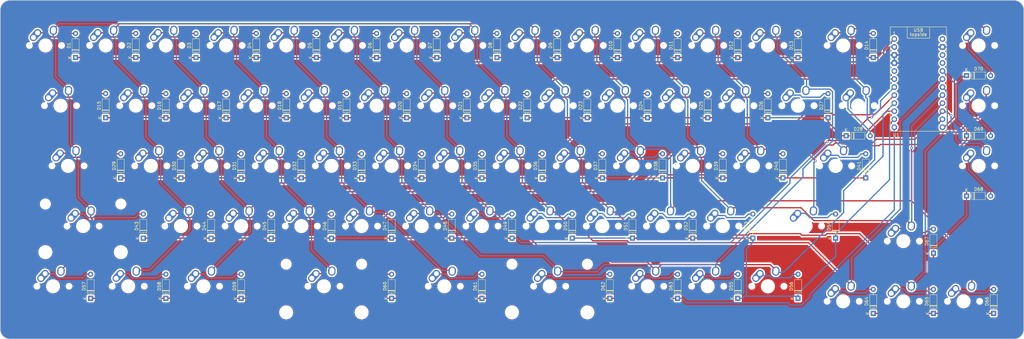
<source format=kicad_pcb>
(kicad_pcb (version 20221018) (generator pcbnew)
  (layers (0 "F.Cu" signal) (31 "B.Cu" signal) (34 "B.Paste" user) (35 "F.Paste" user) (36 "B.SilkS" user "B.Silkscreen") (37 "F.SilkS" user "F.Silkscreen") (38 "B.Mask" user) (39 "F.Mask" user) (44 "Edge.Cuts" user))
  (net 0 "")
  (net 1 "L1")
  (net 2 "Net-(D1-A)")
  (net 3 "Net-(D2-A)")
  (net 4 "Net-(D3-A)")
  (net 5 "Net-(D4-A)")
  (net 6 "Net-(D5-A)")
  (net 7 "Net-(D6-A)")
  (net 8 "L2")
  (net 9 "Net-(D7-A)")
  (net 10 "Net-(D8-A)")
  (net 11 "Net-(D9-A)")
  (net 12 "Net-(D10-A)")
  (net 13 "Net-(D11-A)")
  (net 14 "Net-(D12-A)")
  (net 15 "L3")
  (net 16 "Net-(D13-A)")
  (net 17 "Net-(D14-A)")
  (net 18 "Net-(D15-A)")
  (net 19 "Net-(D16-A)")
  (net 20 "Net-(D17-A)")
  (net 21 "Net-(D18-A)")
  (net 22 "L4")
  (net 23 "Net-(D19-A)")
  (net 24 "Net-(D20-A)")
  (net 25 "Net-(D21-A)")
  (net 26 "Net-(D22-A)")
  (net 27 "Net-(D23-A)")
  (net 28 "L5")
  (net 29 "Net-(D24-A)")
  (net 30 "Net-(D25-A)")
  (net 31 "Net-(D26-A)")
  (net 32 "Net-(D27-A)")
  (net 33 "Net-(D28-A)")
  (net 34 "Net-(D29-A)")
  (net 35 "L6")
  (net 36 "Net-(D30-A)")
  (net 37 "Net-(D31-A)")
  (net 38 "Net-(D32-A)")
  (net 39 "Net-(D33-A)")
  (net 40 "Net-(D34-A)")
  (net 41 "L7")
  (net 42 "Net-(D35-A)")
  (net 43 "Net-(D36-A)")
  (net 44 "Net-(D37-A)")
  (net 45 "Net-(D38-A)")
  (net 46 "Net-(D39-A)")
  (net 47 "Net-(D40-A)")
  (net 48 "Net-(D41-A)")
  (net 49 "L8")
  (net 50 "Net-(D43-A)")
  (net 51 "Net-(D44-A)")
  (net 52 "Net-(D45-A)")
  (net 53 "Net-(D46-A)")
  (net 54 "Net-(D47-A)")
  (net 55 "Net-(D48-A)")
  (net 56 "COL1")
  (net 57 "COL2")
  (net 58 "COL3")
  (net 59 "COL4")
  (net 60 "COL5")
  (net 61 "COL6")
  (net 62 "COL7")
  (net 63 "GND")
  (net 64 "VCC")
  (net 65 "Net-(D49-A)")
  (net 66 "Net-(D50-A)")
  (net 67 "L10")
  (net 70 "Net-(D51-A)")
  (net 71 "Net-(D52-A)")
  (net 72 "Net-(D53-A)")
  (net 73 "Net-(D54-A)")
  (net 74 "Net-(D55-A)")
  (net 75 "Net-(D56-A)")
  (net 76 "L9")
  (net 77 "Net-(D57-A)")
  (net 78 "Net-(D58-A)")
  (net 79 "Net-(D59-A)")
  (net 80 "Net-(D60-A)")
  (net 81 "Net-(D61-A)")
  (net 82 "Net-(D62-A)")
  (net 83 "Net-(D63-A)")
  (net 84 "Net-(D64-A)")
  (net 85 "Net-(D65-A)")
  (net 86 "Net-(D66-A)")
  (net 87 "Net-(D67-A)")
  (net 88 "Net-(D68-A)")
  (net 89 "Net-(D69-A)")
  (net 90 "Net-(D70-A)")
  (footprint "Diode_THT:D_DO-35_SOD27_P7.62mm_Horizontal" (layer "F.Cu") (at 340.5188 101.4412 90)
    (fp_text reference "D14")
    (fp_text value "1N4148")
  )
  (footprint "Diode_THT:D_DO-35_SOD27_P7.62mm_Horizontal" (layer "F.Cu") (at 221.4563 101.4412 90)
    (fp_text reference "D8")
    (fp_text value "1N4148")
  )
  (footprint "_mx:MX-Alps-Hybrid-1U" (layer "F.Cu") (at 330.9938 178.5937)
    (fp_text reference "MX64")
    (fp_text value "MX_SW_solder")
  )
  (footprint "Diode_THT:D_DO-35_SOD27_P7.62mm_Horizontal" (layer "F.Cu") (at 216.6938 177.6412 90)
    (fp_text reference "D61")
    (fp_text value "1N4148")
  )
  (footprint "Diode_THT:D_DO-35_SOD27_P7.62mm_Horizontal" (layer "F.Cu") (at 150.0188 158.5912 90)
    (fp_text reference "D45")
    (fp_text value "1N4148")
  )
  (footprint "_mx:MX-Alps-Hybrid-1U" (layer "F.Cu") (at 140.4938 154.7812)
    (fp_text reference "MX45")
    (fp_text value "MX_SW_solder")
  )
  (footprint "Diode_THT:D_DO-35_SOD27_P7.62mm_Horizontal" (layer "F.Cu") (at 159.5438 139.5412 90)
    (fp_text reference "D32")
    (fp_text value "1N4148")
  )
  (footprint "_mx:MX-Alps-Hybrid-1.75U" (layer "F.Cu") (at 319.0875 154.7812)
    (fp_text reference "MX54")
    (fp_text value "MX_SW_solder")
  )
  (footprint "Diode_THT:D_DO-35_SOD27_P7.62mm_Horizontal" (layer "F.Cu") (at 173.8313 120.4912 90)
    (fp_text reference "D19")
    (fp_text value "1N4148")
  )
  (footprint "Diode_THT:D_DO-35_SOD27_P7.62mm_Horizontal" (layer "F.Cu") (at 250.0313 120.4912 90)
    (fp_text reference "D23")
    (fp_text value "1N4148")
  )
  (footprint "Diode_THT:D_DO-35_SOD27_P7.62mm_Horizontal" (layer "F.Cu") (at 292.8938 139.5412 90)
    (fp_text reference "D39")
    (fp_text value "1N4148")
  )
  (footprint "Diode_THT:D_DO-35_SOD27_P7.62mm_Horizontal" (layer "F.Cu") (at 338.1375 139.5412 90)
    (fp_text reference "D41")
    (fp_text value "1N4148")
  )
  (footprint "Diode_THT:D_DO-35_SOD27_P7.62mm_Horizontal" (layer "F.Cu") (at 278.6063 101.4412 90)
    (fp_text reference "D11")
    (fp_text value "1N4148")
  )
  (footprint "Diode_THT:D_DO-35_SOD27_P7.62mm_Horizontal" (layer "F.Cu") (at 97.6313 120.4912 90)
    (fp_text reference "D15")
    (fp_text value "1N4148")
  )
  (footprint "Diode_THT:D_DO-35_SOD27_P7.62mm_Horizontal" (layer "F.Cu") (at 311.9438 139.5412 90)
    (fp_text reference "D40")
    (fp_text value "1N4148")
  )
  (footprint "Diode_THT:D_DO-35_SOD27_P7.62mm_Horizontal" (layer "F.Cu") (at 188.1188 177.6412 90)
    (fp_text reference "D60")
    (fp_text value "1N4148")
  )
  (footprint "Diode_THT:D_DO-35_SOD27_P7.62mm_Horizontal" (layer "F.Cu") (at 145.2563 101.4412 90)
    (fp_text reference "D4")
    (fp_text value "1N4148")
  )
  (footprint "Diode_THT:D_DO-35_SOD27_P7.62mm_Horizontal" (layer "F.Cu") (at 107.1563 101.4412 90)
    (fp_text reference "D2")
    (fp_text value "1N4148")
  )
  (footprint "Diode_THT:D_DO-35_SOD27_P7.62mm_Horizontal" (layer "F.Cu") (at 273.8438 139.5412 90)
    (fp_text reference "D38")
    (fp_text value "1N4148")
  )
  (footprint "_mx:MX-Alps-Hybrid-1U" (layer "F.Cu") (at 226.2188 135.7312)
    (fp_text reference "MX36")
    (fp_text value "MX_SW_solder")
  )
  (footprint "_mx:MX-Alps-Hybrid-1U" (layer "F.Cu") (at 269.0813 97.6312)
    (fp_text reference "MX11")
    (fp_text value "MX_SW_solder")
  )
  (footprint "Diode_THT:D_DO-35_SOD27_P7.62mm_Horizontal" (layer "F.Cu") (at 130.9688 158.5912 90)
    (fp_text reference "D44")
    (fp_text value "1N4148")
  )
  (footprint "_mx:MX-Alps-Hybrid-1U" (layer "F.Cu") (at 169.0688 135.7312)
    (fp_text reference "MX33")
    (fp_text value "MX_SW_solder")
  )
  (footprint "_mx:MX-Alps-Hybrid-1U" (layer "F.Cu") (at 335.7563 116.6812)
    (fp_text reference "MX28")
    (fp_text value "MX_SW_solder")
  )
  (footprint "Diode_THT:D_DO-35_SOD27_P7.62mm_Horizontal" (layer "F.Cu") (at 326.2313 120.4912 90)
    (fp_text reference "D27")
    (fp_text value "1N4148")
  )
  (footprint "Diode_THT:D_DO-35_SOD27_P7.62mm_Horizontal" (layer "F.Cu") (at 211.9313 120.4912 90)
    (fp_text reference "D21")
    (fp_text value "1N4148")
  )
  (footprint "_mx:MX-Alps-Hybrid-1.75U" (layer "F.Cu") (at 85.725 135.7312)
    (fp_text reference "MX29")
    (fp_text value "MX_SW_solder")
  )
  (footprint "Diode_THT:D_DO-35_SOD27_P7.62mm_Horizontal" (layer "F.Cu") (at 230.9813 120.4912 90)
    (fp_text reference "D22")
    (fp_text value "1N4148")
  )
  (footprint "_mx:MX-Alps-Hybrid-1U" (layer "F.Cu") (at 302.4188 135.7312)
    (fp_text reference "MX40")
    (fp_text value "MX_SW_solder")
  )
  (footprint "Diode_THT:D_DO-35_SOD27_P7.62mm_Horizontal" (layer "F.Cu") (at 370.0463 126.2062)
    (fp_text reference "D69")
    (fp_text value "1N4148")
  )
  (footprint "_mx:MX-Alps-Hybrid-1U" (layer "F.Cu") (at 283.3688 135.7312)
    (fp_text reference "MX39")
    (fp_text value "MX_SW_solder")
  )
  (footprint "Diode_THT:D_DO-35_SOD27_P7.62mm_Horizontal" (layer "F.Cu") (at 197.6438 139.5412 90)
    (fp_text reference "D34")
    (fp_text value "1N4148")
  )
  (footprint "Diode_THT:D_DO-35_SOD27_P7.62mm_Horizontal" (layer "F.Cu") (at 116.6813 177.6412 90)
    (fp_text reference "D58")
    (fp_text value "1N4148")
  )
  (footprint "_mx:MX-Alps-Hybrid-1U" (layer "F.Cu") (at 373.8563 116.6812)
    (fp_text reference "MX69")
    (fp_text value "MX_SW_solder")
  )
  (footprint "Diode_THT:D_DO-35_SOD27_P7.62mm_Horizontal" (layer "F.Cu") (at 135.7313 120.4912 90)
    (fp_text reference "D17")
    (fp_text value "1N4148")
  )
  (footprint "Diode_THT:D_DO-35_SOD27_P7.62mm_Horizontal" (layer "F.Cu") (at 88.1063 101.4412 90)
    (fp_text reference "D1")
    (fp_text value "1N4148")
  )
  (footprint "Diode_THT:D_DO-35_SOD27_P7.62mm_Horizontal" (layer "F.Cu") (at 297.6563 101.4412 90)
    (fp_text reference "D12")
    (fp_text value "1N4148")
  )
  (footprint "Diode_THT:D_DO-35_SOD27_P7.62mm_Horizontal" (layer "F.Cu") (at 331.9463 126.2062)
    (fp_text reference "D28")
    (fp_text value "1N4148")
  )
  (footprint "_mx:MX-Alps-Hybrid-1U" (layer "F.Cu") (at 297.6563 116.6812)
    (fp_text reference "MX26")
    (fp_text value "MX_SW_solder")
  )
  (footprint "_mx:MX-Alps-Hybrid-1U" (layer "F.Cu") (at 240.5063 116.6812)
    (fp_text reference "MX23")
    (fp_text value "MX_SW_solder")
  )
  (footprint "_mx:MX-Alps-Hybrid-1U" (layer "F.Cu") (at 269.1625 173.8312)
    (fp_text reference "MX63")
    (fp_text value "MX_SW_solder")
  )
  (footprint "Diode_THT:D_DO-35_SOD27_P7.62mm_Horizontal" (layer "F.Cu") (at 216.6938 139.5412 90)
    (fp_text reference "D35")
    (fp_text value "1N4148")
  )
  (footprint "_mx:MX-Alps-Hybrid-1U" (layer "F.Cu") (at 373.8563 135.7312)
    (fp_text reference "MX68")
    (fp_text value "MX_SW_solder")
  )
  (footprint "_mx:MX-Alps-Hybrid-1U" (layer "F.Cu") (at 259.5563 116.6812)
    (fp_text reference "MX24")
    (fp_text value "MX_SW_solder")
  )
  (footprint "_mx:MX-Alps-Hybrid-1U" (layer "F.Cu") (at 307.1813 173.8312)
    (fp_text reference "MX56")
    (fp_text value "MX_SW_solder")
  )
  (footprint "Diode_THT:D_DO-35_SOD27_P7.62mm_Horizontal" (layer "F.Cu") (at 259.5563 101.4412 90)
    (fp_text reference "D10")
    (fp_text value "1N4148")
  )
  (footprint "Diode_THT:D_DO-35_SOD27_P7.62mm_Horizontal" (layer "F.Cu") (at 297.6563 177.6412 90)
    (fp_text reference "D55")
    (fp_text value "1N4148")
  )
  (footprint "_mx:MX-Alps-Hybrid-1U" (layer "F.Cu") (at 164.3063 116.6812)
    (fp_text reference "MX19")
    (fp_text value "MX_SW_solder")
  )
  (footprint "Diode_THT:D_DO-35_SOD27_P7.62mm_Horizontal" (layer "F.Cu") (at 269.0813 120.4912 90)
    (fp_text reference "D24")
    (fp_text value "1N4148")
  )
  (footprint "Diode_THT:D_DO-35_SOD27_P7.62mm_Horizontal" (layer "F.Cu") (at 140.4938 139.5412 90)
    (fp_text reference "D31")
    (fp_text value "1N4148")
  )
  (footprint "_mx:MX-Alps-Hybrid-1U" (layer "F.Cu") (at 130.9688 135.7312)
    (fp_text reference "MX31")
    (fp_text value "MX_SW_solder")
  )
  (footprint "_mx:MX-Alps-Hybrid-1U" (layer "F.Cu") (at 250.0313 97.6312)
    (fp_text reference "MX10")
    (fp_text value "MX_SW_solder")
  )
  (footprint "Diode_THT:D_DO-35_SOD27_P7.62mm_Horizontal" (layer "F.Cu") (at 359.5688 182.4037 90)
    (fp_text reference "D65")
    (fp_text value "1N4148")
  )
  (footprint "PCM_marbastlib-xp-promicroish:ProMicro_USBup" (layer "F.Cu") (at 354.8063 109.5375)
    (fp_text reference "U1")
    (fp_text value "ProMicro")
  )
  (footprint "_mx:MX-Alps-Hybrid-1U" (layer "F.Cu") (at 245.2688 135.7312)
    (fp_text reference "MX37")
    (fp_text value "MX_SW_solder")
  )
  (footprint "_mx:MX-Alps-Hybrid-1U" (layer "F.Cu") (at 78.5813 97.6312)
    (fp_text reference "MX1")
    (fp_text value "MX_SW_solder")
  )
  (footprint "Diode_THT:D_DO-35_SOD27_P7.62mm_Horizontal" (layer "F.Cu") (at 278.6063 177.6412 90)
    (fp_text reference "D63")
    (fp_text value "1N4148")
  )
  (footprint "_mx:MX-Alps-Hybrid-1U" (layer "F.Cu") (at 97.6313 97.6312)
    (fp_text reference "MX2")
    (fp_text value "MX_SW_solder")
  )
  (footprint "_mx:MX-Alps-Hybrid-1U" (layer "F.Cu") (at 273.8438 154.7812)
    (fp_text reference "MX52")
    (fp_text value "MX_SW_solder")
  )
  (footprint "Diode_THT:D_DO-35_SOD27_P7.62mm_Horizontal" (layer "F.Cu") (at 154.7813 120.4912 90)
    (fp_text reference "D18")
    (fp_text value "1N4148")
  )
  (footprint "_mx:MX-Alps-Hybrid-1U" (layer "F.Cu") (at 278.6063 116.6812)
    (fp_text reference "MX25")
    (fp_text value "MX_SW_solder")
  )
  (footprint "Diode_THT:D_DO-35_SOD27_P7.62mm_Horizontal" (layer "F.Cu") (at 102.3938 139.5412 90)
    (fp_text reference "D29")
    (fp_text value "1N4148")
  )
  (footprint "_mx:MX-Alps-Hybrid-1U" (layer "F.Cu") (at 192.8813 97.6312)
    (fp_text reference "MX7")
    (fp_text value "MX_SW_solder")
  )
  (footprint "_mx:MX-Alps-Hybrid-1U" (layer "F.Cu") (at 350.0438 159.5437)
    (fp_text reference "MX67")
    (fp_text value "MX_SW_solder")
  )
  (footprint "Diode_THT:D_DO-35_SOD27_P7.62mm_Horizontal" (layer "F.Cu") (at 283.3688 158.5912 90)
    (fp_text reference "D52")
    (fp_text value "1N4148")
  )
  (footprint "Diode_THT:D_DO-35_SOD27_P7.62mm_Horizontal" (layer "F.Cu") (at 254.7938 139.5412 90)
    (fp_text reference "D37")
    (fp_text value "1N4148")
  )
  (footprint "_mx:MX-Alps-Hybrid-1U" (layer "F.Cu") (at 264.3188 135.7312)
    (fp_text reference "MX38")
    (fp_text value "MX_SW_solder")
  )
  (footprint "_mx:MX-Alps-Hybrid-1.5U" (layer "F.Cu") (at 83.3438 116.6812)
    (fp_text reference "MX15")
    (fp_text value "MX_SW_solder")
  )
  (footprint "Diode_THT:D_DO-35_SOD27_P7.62mm_Horizontal" (layer "F.Cu") (at 370.0463 107.1562)
    (fp_text reference "D70")
    (fp_text value "1N4148")
  )
  (footprint "_mx:MX-Alps-Hybrid-1U" (layer "F.Cu") (at 150.0188 135.7312)
    (fp_text reference "MX32")
    (fp_text value "MX_SW_solder")
  )
  (footprint "_mx:MX-Alps-Hybrid-1U" (layer "F.Cu") (at 145.2563 116.6812)
    (fp_text reference "MX18")
    (fp_text value "MX_SW_solder")
  )
  (footprint "_mx:MX-Alps-Hybrid-1U" (layer "F.Cu") (at 188.1188 135.7312)
    (fp_text reference "MX34")
    (fp_text value "MX_SW_solder")
  )
  (footprint "_mx:MX-Alps-Hybrid-1.25U" (layer "F.Cu") (at 204.7875 173.8312)
    (fp_text reference "MX61")
    (fp_text value "MX_SW_solder")
  )
  (footprint "_mx:MX-Alps-Hybrid-1U" (layer "F.Cu") (at 197.6438 154.7812)
    (fp_text reference "MX48")
    (fp_text value "MX_SW_solder")
  )
  (footprint "Diode_THT:D_DO-35_SOD27_P7.62mm_Horizontal" (layer "F.Cu") (at 235.7438 139.5412 90)
    (fp_text reference "D36")
    (fp_text value "1N4148")
  )
  (footprint "_mx:MX-Alps-Hybrid-1U" (layer "F.Cu") (at 235.7438 154.7812)
    (fp_text reference "MX50")
    (fp_text value "MX_SW_solder")
  )
  (footprint "Diode_THT:D_DO-35_SOD27_P7.62mm_Horizontal" (layer "F.Cu") (at 188.1188 158.5912 90)
    (fp_text reference "D47")
    (fp_text value "1N4148")
  )
  (footprint "_mx:MX-Alps-Hybrid-1U" (layer "F.Cu") (at 307.1813 97.6312)
    (fp_text reference "MX13")
    (fp_text value "MX_SW_solder")
  )
  (footprint "_mx:MX-Alps-Hybrid-1U" (layer "F.Cu") (at 202.4063 116.6812)
    (fp_text reference "MX21")
    (fp_text value "MX_SW_solder")
  )
  (footprint "_mx:MX-Alps-Hybrid-1.75U" (layer "F.Cu") (at 328.6125 135.7312)
    (fp_text reference "MX41")
    (fp_text value "MX_SW_solder")
  )
  (footprint "Diode_THT:D_DO-35_SOD27_P7.62mm_Horizontal" (layer "F.Cu") (at 316.7063 101.4412 90)
    (fp_text reference "D13")
    (fp_text value "1N4148")
  )
  (footprint "Diode_THT:D_DO-35_SOD27_P7.62mm_Horizontal" (layer "F.Cu") (at 328.6125 158.5912 90)
    (fp_text reference "D54")
    (fp_text value "1N4148")
  )
  (footprint "Diode_THT:D_DO-35_SOD27_P7.62mm_Horizontal" (layer "F.Cu") (at 370.0463 145.2562)
    (fp_text reference "D68")
    (fp_text value "1N4148")
  )
  (footprint "_mx:MX-Alps-Hybrid-2.75U" (layer "F.Cu") (at 166.6875 173.8312)
    (fp_text reference "MX60")
    (fp_text value "MX_SW_solder")
  )
  (footprint "Diode_THT:D_DO-35_SOD27_P7.62mm_Horizontal" (layer "F.Cu") (at 121.4438 139.5412 90)
    (fp_text reference "D30")
    (fp_text value "1N4148")
  )
  (footprint "_mx:MX-Alps-Hybrid-1U" (layer "F.Cu") (at 373.8563 97.6312)
    (fp_text reference "MX70")
    (fp_text value "MX_SW_solder")
  )
  (footprint "_mx:MX-Alps-Hybrid-1U" (layer "F.Cu") (at 116.6813 97.6312)
    (fp_text reference "MX3")
    (fp_text value "MX_SW_solder")
  )
  (footprint "_mx:MX-Alps-Hybrid-1U" (layer "F.Cu") (at 121.4438 154.7812)
    (fp_text reference "MX44")
    (fp_text value "MX_SW_solder")
  )
  (footprint "Diode_THT:D_DO-35_SOD27_P7.62mm_Horizontal" (layer "F.Cu") (at 164.3063 101.4412 90)
    (fp_text reference "D5")
    (fp_text value "1N4148")
  )
  (footprint "Diode_THT:D_DO-35_SOD27_P7.62mm_Horizontal" (layer "F.Cu") (at 126.2063 101.4412 90)
    (fp_text reference "D3")
    (fp_text value "1N4148")
  )
  (footprint "Diode_THT:D_DO-35_SOD27_P7.62mm_Horizontal" (layer "F.Cu") (at 288.1313 120.4912 90)
    (fp_text reference "D25")
    (fp_text value "1N4148")
  )
  (footprint "_mx:MX-Alps-Hybrid-1U" (layer "F.Cu") (at 135.7313 97.6312)
    (fp_text reference "MX4")
    (fp_text value "MX_SW_solder")
  )
  (footprint "_mx:MX-Alps-Hybrid-1U" (layer "F.Cu") (at 159.5438 154.7812)
    (fp_text reference "MX46")
    (fp_text value "MX_SW_solder")
  )
  (footprint "_mx:MX-Alps-Hybrid-1U" (layer "F.Cu") (at 316.7063 116.6812)
    (fp_text reference "MX27")
    (fp_text value "MX_SW_solder")
  )
  (footprint "Diode_THT:D_DO-35_SOD27_P7.62mm_Horizontal" (layer "F.Cu") (at 302.4188 158.5912 90)
    (fp_text reference "D53")
    (fp_text value "1N4148")
  )
  (footprint "Diode_THT:D_DO-35_SOD27_P7.62mm_Horizontal" (layer "F.Cu") (at 202.4063 101.4412 90)
    (fp_text reference "D7")
    (fp_text value "1N4148")
  )
  (footprint "Diode_THT:D_DO-35_SOD27_P7.62mm_Horizontal" (layer "F.Cu") (at 359.5688 163.3537 90)
    (fp_text reference "D67")
    (fp_text value "1N4148")
  )
  (footprint "_mx:MX-Alps-Hybrid-1U" (layer "F.Cu") (at 126.2063 116.6812)
    (fp_text reference "MX17")
    (fp_text value "MX_SW_solder")
  )
  (footprint "_mx:MX-Alps-Hybrid-1U" (layer "F.Cu") (at 173.8313 97.6312)
    (fp_text reference "MX6")
    (fp_text value "MX_SW_solder")
  )
  (footprint "Diode_THT:D_DO-35_SOD27_P7.62mm_Horizontal" (layer "F.Cu") (at 245.2688 158.5912 90)
    (fp_text reference "D50")
    (fp_text value "1N4148")
  )
  (footprint "_mx:MX-Alps-Hybrid-1U" (layer "F.Cu") (at 154.7813 97.6312)
    (fp_text reference "MX5")
    (fp_text value "MX_SW_solder")
  )
  (footprint "Diode_THT:D_DO-35_SOD27_P7.62mm_Horizontal" (layer "F.Cu") (at 140.4938 177.6412 90)
    (fp_text reference "D59")
    (fp_text value "1N4148")
  )
  (footprint "_mx:MX-Alps-Hybrid-1U" (layer "F.Cu") (at 369.0938 178.5937)
    (fp_text reference "MX66")
    (fp_text value "MX_SW_solder")
  )
  (footprint "_mx:MX-Alps-Hybrid-1.25U" (layer "F.Cu") (at 104.775 173.8312)
    (fp_text reference "MX58")
    (fp_text value "MX_SW_solder")
  )
  (footprint "_mx:MX-Alps-Hybrid-1U" (layer "F.Cu") (at 211.9313 97.6312)
    (fp_text reference "MX8")
    (fp_text value "MX_SW_solder")
  )
  (footprint "Diode_THT:D_DO-35_SOD27_P7.62mm_Horizontal" (layer "F.Cu") (at 340.5188 182.4037 90)
    (fp_text reference "D64")
    (fp_text value "1N4148")
  )
  (footprint "_mx:MX-Alps-Hybrid-1U" (layer "F.Cu") (at 107.1563 116.6812)
    (fp_text reference "MX16")
    (fp_text value "MX_SW_solder")
  )
  (footprint "Diode_THT:D_DO-35_SOD27_P7.62mm_Horizontal" (layer "F.Cu") (at 378.6188 182.4037 90)
    (fp_text reference "D66")
    (fp_text value "1N4148")
  )
  (footprint "Diode_THT:D_DO-35_SOD27_P7.62mm_Horizontal" (layer "F.Cu") (at 307.1813 120.4912 90)
    (fp_text reference "D26")
    (fp_text value "1N4148")
  )
  (footprint "_mx:MX-Alps-Hybrid-1U" (layer "F.Cu") (at 178.5938 154.7812)
    (fp_text reference "MX47")
    (fp_text value "MX_SW_solder")
  )
  (footprint "_mx:MX-Alps-Hybrid-1U" (layer "F.Cu") (at 230.9813 97.6312)
    (fp_text reference "MX9")
    (fp_text value "MX_SW_solder")
  )
  (footprint "Diode_THT:D_DO-35_SOD27_P7.62mm_Horizontal" (layer "F.Cu") (at 116.6813 120.4912 90)
    (fp_text reference "D16")
    (fp_text value "1N4148")
  )
  (footprint "_mx:MX-Alps-Hybrid-2.25U" (layer "F.Cu") (at 90.4875 154.7812)
    (fp_text reference "MX43")
    (fp_text value "MX_SW_solder")
  )
  (footprint "_mx:MX-Alps-Hybrid-1U" (layer "F.Cu") (at 111.9188 135.7312)
    (fp_text reference "MX30")
    (fp_text value "MX_SW_solder")
  )
  (footprint "Diode_THT:D_DO-35_SOD27_P7.62mm_Horizontal" (layer "F.Cu") (at 240.5063 101.4412 90)
    (fp_text reference "D9")
    (fp_text value "1N4148")
  )
  (footprint "_mx:MX-Alps-Hybrid-1U" (layer "F.Cu") (at 221.4563 116.6812)
    (fp_text reference "MX22")
    (fp_text value "MX_SW_solder")
  )
  (footprint "Diode_THT:D_DO-35_SOD27_P7.62mm_Horizontal" (layer "F.Cu") (at 264.3188 158.5912 90)
    (fp_text reference "D51")
    (fp_text value "1N4148")
  )
  (footprint "_mx:MX-Alps-Hybrid-1.25U" (layer "F.Cu") (at 128.5875 173.8312)
    (fp_text reference "MX59")
    (fp_text value "MX_SW_solder")
  )
  (footprint "_mx:MX-Alps-Hybrid-1U" (layer "F.Cu") (at 207.1688 135.7312)
    (fp_text reference "MX35")
    (fp_text value "MX_SW_solder")
  )
  (footprint "Diode_THT:D_DO-35_SOD27_P7.62mm_Horizontal" (layer "F.Cu") (at 183.3563 101.4412 90)
    (fp_text reference "D6")
    (fp_text value "1N4148")
  )
  (footprint "Diode_THT:D_DO-35_SOD27_P7.62mm_Horizontal" (layer "F.Cu") (at 92.8688 177.6412 90)
    (fp_text reference "D57")
    (fp_text value "1N4148")
  )
  (footprint "Diode_THT:D_DO-35_SOD27_P7.62mm_Horizontal" (layer "F.Cu") (at 169.0688 158.5912 90)
    (fp_text reference "D46")
    (fp_text value "1N4148")
  )
  (footprint "_mx:MX-Alps-Hybrid-1.25U" (layer "F.Cu") (at 80.9625 173.8312)
    (fp_text reference "MX57")
    (fp_text value "MX_SW_solder")
  )
  (footprint "_mx:MX-Alps-Hybrid-1U" (layer "F.Cu") (at 183.3563 116.6812)
    (fp_text reference "MX20")
    (fp_text value "MX_SW_solder")
  )
  (footprint "_mx:MX-Alps-Hybrid-1U" (layer "F.Cu") (at 216.6938 154.7812)
    (fp_text reference "MX49")
    (fp_text value "MX_SW_solder")
  )
  (footprint "Diode_THT:D_DO-35_SOD27_P7.62mm_Horizontal" (layer "F.Cu") (at 178.5938 139.5412 90)
    (fp_text reference "D33")
    (fp_text value "1N4148")
  )
  (footprint "Diode_THT:D_DO-35_SOD27_P7.62mm_Horizontal" (layer "F.Cu") (at 109.5375 158.5912 90)
    (fp_text reference "D43")
    (fp_text value "1N4148")
  )
  (footprint "Diode_THT:D_DO-35_SOD27_P7.62mm_Horizontal" (layer "F.Cu") (at 257.175 177.6412 90)
    (fp_text reference "D62")
    (fp_text value "1N4148")
  )
  (footprint "Diode_THT:D_DO-35_SOD27_P7.62mm_Horizontal" (layer "F.Cu") (at 207.1688 158.5912 90)
    (fp_text reference "D48")
    (fp_text value "1N4148")
  )
  (footprint "_mx:MX-Alps-Hybrid-1U" (layer "F.Cu") (at 254.7938 154.7812)
    (fp_text reference "MX51")
    (fp_text value "MX_SW_solder")
  )
  (footprint "Diode_THT:D_DO-35_SOD27_P7.62mm_Horizontal" (layer "F.Cu") (at 316.7063 177.6412 90)
    (fp_text reference "D56")
    (fp_text value "1N4148")
  )
  (footprint "_mx:MX-Alps-Hybrid-1.5U" (layer "F.Cu") (at 330.9938 97.6312)
    (fp_text reference "MX14")
    (fp_text value "MX_SW_solder")
  )
  (footprint "Diode_THT:D_DO-35_SOD27_P7.62mm_Horizontal" (layer "F.Cu") (at 192.8813 120.4912 90)
    (fp_text reference "D20")
    (fp_text value "1N4148")
  )
  (footprint "_mx:MX-Alps-Hybrid-1U" (layer "F.Cu") (at 292.8938 154.7812)
    (fp_text reference "MX53")
    (fp_text value "MX_SW_solder")
  )
  (footprint "_mx:MX-Alps-Hybrid-2.25U" (layer "F.Cu") (at 238.125 173.8312)
    (fp_text reference "MX62")
    (fp_text value "MX_SW_solder")
  )
  (footprint "_mx:MX-Alps-Hybrid-1U" (layer "F.Cu") (at 350.0438 178.5937)
    (fp_text reference "MX65")
    (fp_text value "MX_SW_solder")
  )
  (footprint "_mx:MX-Alps-Hybrid-1U" (layer "F.Cu") (at 288.1313 173.8312)
    (fp_text reference "MX55")
    (fp_text value "MX_SW_solder")
  )
  (footprint "Diode_THT:D_DO-35_SOD27_P7.62mm_Horizontal" (layer "F.Cu") (at 226.2188 158.5912 90)
    (fp_text reference "D49")
    (fp_text value "1N4148")
  )
  (footprint "_mx:MX-Alps-Hybrid-1U" (layer "F.Cu") (at 288.1313 97.6312)
    (fp_text reference "MX12")
    (fp_text value "MX_SW_solder")
  )
  (gr_line (start 388.14375 86.34375) (end 388.14375 187.5) (stroke (width 0.2)) (layer "Edge.Cuts"))
  (gr_arc (start 385.14375 83.34375) (mid 387.265056 84.222444) (end 388.14375 86.34375) (stroke (width 0.2)) (layer "Edge.Cuts"))
  (gr_arc (start 67.29375 190.5) (mid 65.17243 189.62132) (end 64.29375 187.5) (stroke (width 0.2)) (layer "Edge.Cuts"))
  (gr_arc (start 388.14375 187.5) (mid 387.265073 189.621338) (end 385.14375 190.5) (stroke (width 0.2)) (layer "Edge.Cuts"))
  (gr_line (start 385.14375 190.5) (end 67.29375 190.5) (stroke (width 0.2)) (layer "Edge.Cuts"))
  (gr_line (start 67.29375 83.34375) (end 385.14375 83.34375) (stroke (width 0.2)) (layer "Edge.Cuts"))
  (gr_arc (start 64.29375 86.34375) (mid 65.17243 84.22243) (end 67.29375 83.34375) (stroke (width 0.2)) (layer "Edge.Cuts"))
  (gr_line (start 64.29375 187.5) (end 64.29375 86.34375) (stroke (width 0.2)) (layer "Edge.Cuts"))
  (segment (start 342.9 103.584375) (end 342.9 101.5569) (width 0.4) (layer "F.Cu") (net 1))
  (segment (start 341.709375 104.775) (end 342.9 103.584375) (width 0.4) (layer "F.Cu") (net 1))
  (segment (start 340.51875 104.775) (end 341.709375 104.775) (width 0.4) (layer "F.Cu") (net 1))
  (segment (start 126.2063 101.4412) (end 145.2563 101.4412) (width 0.4) (layer "F.Cu") (net 1))
  (segment (start 342.9 101.5569) (end 343.8049 100.652) (width 0.4) (layer "F.Cu") (net 1))
  (segment (start 202.4063 101.4412) (end 183.3563 101.4412) (width 0.4) (layer "F.Cu") (net 1))
  (segment (start 343.8049 98.9489) (end 347.1863 95.5675) (width 0.4) (layer "F.Cu") (net 1))
  (segment (start 183.3563 101.4412) (end 164.3063 101.4412) (width 0.4) (layer "F.Cu") (net 1))
  (segment (start 203.8082 101.4412) (end 205.2101 102.8431) (width 0.4) (layer "F.Cu") (net 1))
  (segment (start 88.1063 101.4412) (end 107.1563 101.4412) (width 0.4) (layer "F.Cu") (net 1))
  (segment (start 338.58685 102.8431) (end 340.51875 104.775) (width 0.4) (layer "F.Cu") (net 1))
  (segment (start 164.3063 101.4412) (end 145.2563 101.4412) (width 0.4) (layer "F.Cu") (net 1))
  (segment (start 205.2101 102.8431) (end 338.58685 102.8431) (width 0.4) (layer "F.Cu") (net 1))
  (segment (start 202.4063 101.4412) (end 203.8082 101.4412) (width 0.4) (layer "F.Cu") (net 1))
  (segment (start 343.8049 100.652) (end 343.8049 98.9489) (width 0.4) (layer "F.Cu") (net 1))
  (segment (start 107.1563 101.4412) (end 126.2063 101.4412) (width 0.4) (layer "F.Cu") (net 1))
  (segment (start 80.1347 94.9323) (end 78.8336 93.6312) (width 0.4) (layer "F.Cu") (net 2))
  (segment (start 78.8336 93.6312) (end 76.0813 93.6312) (width 0.4) (layer "F.Cu") (net 2))
  (segment (start 88.1063 93.8212) (end 86.7044 93.8212) (width 0.4) (layer "F.Cu") (net 2))
  (segment (start 86.7044 93.8212) (end 85.5933 94.9323) (width 0.4) (layer "F.Cu") (net 2))
  (segment (start 85.5933 94.9323) (end 80.1347 94.9323) (width 0.4) (layer "F.Cu") (net 2))
  (segment (start 74.7713 94.9412) (end 74.7713 95.0912) (width 0.4) (layer "B.Cu") (net 2))
  (segment (start 76.0813 93.6312) (end 74.7713 94.9412) (width 0.4) (layer "B.Cu") (net 2))
  (segment (start 99.1847 94.9323) (end 97.8836 93.6312) (width 0.4) (layer "F.Cu") (net 3))
  (segment (start 97.8836 93.6312) (end 95.1313 93.6312) (width 0.4) (layer "F.Cu") (net 3))
  (segment (start 107.1563 93.8212) (end 105.7544 93.8212) (width 0.4) (layer "F.Cu") (net 3))
  (segment (start 105.7544 93.8212) (end 104.6433 94.9323) (width 0.4) (layer "F.Cu") (net 3))
  (segment (start 104.6433 94.9323) (end 99.1847 94.9323) (width 0.4) (layer "F.Cu") (net 3))
  (segment (start 93.8213 94.9412) (end 93.8213 95.0912) (width 0.4) (layer "B.Cu") (net 3))
  (segment (start 95.1313 93.6312) (end 93.8213 94.9412) (width 0.4) (layer "B.Cu") (net 3))
  (segment (start 116.9336 93.6312) (end 114.1813 93.6312) (width 0.4) (layer "F.Cu") (net 4))
  (segment (start 123.6933 94.9323) (end 118.2347 94.9323) (width 0.4) (layer "F.Cu") (net 4))
  (segment (start 126.2063 93.8212) (end 124.8044 93.8212) (width 0.4) (layer "F.Cu") (net 4))
  (segment (start 124.8044 93.8212) (end 123.6933 94.9323) (width 0.4) (layer "F.Cu") (net 4))
  (segment (start 118.2347 94.9323) (end 116.9336 93.6312) (width 0.4) (layer "F.Cu") (net 4))
  (segment (start 114.1813 93.6312) (end 112.8713 94.9412) (width 0.4) (layer "B.Cu") (net 4))
  (segment (start 112.8713 94.9412) (end 112.8713 95.0912) (width 0.4) (layer "B.Cu") (net 4))
  (segment (start 145.2563 93.8212) (end 143.8544 93.8212) (width 0.4) (layer "F.Cu") (net 5))
  (segment (start 142.7433 94.9323) (end 137.2847 94.9323) (width 0.4) (layer "F.Cu") (net 5))
  (segment (start 143.8544 93.8212) (end 142.7433 94.9323) (width 0.4) (layer "F.Cu") (net 5))
  (segment (start 137.2847 94.9323) (end 135.9836 93.6312) (width 0.4) (layer "F.Cu") (net 5))
  (segment (start 135.9836 93.6312) (end 133.2313 93.6312) (width 0.4) (layer "F.Cu") (net 5))
  (segment (start 133.2313 93.6312) (end 131.9213 94.9412) (width 0.4) (layer "B.Cu") (net 5))
  (segment (start 131.9213 94.9412) (end 131.9213 95.0912) (width 0.4) (layer "B.Cu") (net 5))
  (segment (start 162.9044 93.8212) (end 161.7933 94.9323) (width 0.4) (layer "F.Cu") (net 6))
  (segment (start 161.7933 94.9323) (end 156.3347 94.9323) (width 0.4) (layer "F.Cu") (net 6))
  (segment (start 164.3063 93.8212) (end 162.9044 93.8212) (width 0.4) (layer "F.Cu") (net 6))
  (segment (start 155.0336 93.6312) (end 152.2813 93.6312) (width 0.4) (layer "F.Cu") (net 6))
  (segment (start 156.3347 94.9323) (end 155.0336 93.6312) (width 0.4) (layer "F.Cu") (net 6))
  (segment (start 152.2813 93.6312) (end 150.9713 94.9412) (width 0.4) (layer "B.Cu") (net 6))
  (segment (start 150.9713 94.9412) (end 150.9713 95.0912) (width 0.4) (layer "B.Cu") (net 6))
  (segment (start 183.3563 93.8212) (end 181.9544 93.8212) (width 0.4) (layer "F.Cu") (net 7))
  (segment (start 174.0836 93.6312) (end 171.3313 93.6312) (width 0.4) (layer "F.Cu") (net 7))
  (segment (start 180.8433 94.9323) (end 175.3847 94.9323) (width 0.4) (layer "F.Cu") (net 7))
  (segment (start 175.3847 94.9323) (end 174.0836 93.6312) (width 0.4) (layer "F.Cu") (net 7))
  (segment (start 181.9544 93.8212) (end 180.8433 94.9323) (width 0.4) (layer "F.Cu") (net 7))
  (segment (start 170.0213 94.9412) (end 170.0213 95.0912) (width 0.4) (layer "B.Cu") (net 7))
  (segment (start 171.3313 93.6312) (end 170.0213 94.9412) (width 0.4) (layer "B.Cu") (net 7))
  (segment (start 221.4563 101.4412) (end 222.8582 101.4412) (width 0.4) (layer "F.Cu") (net 8))
  (segment (start 222.8582 101.4412) (end 240.5063 101.4412) (width 0.4) (layer "F.Cu") (net 8))
  (segment (start 297.6563 101.4412) (end 278.6063 101.4412) (width 0.4) (layer "F.Cu") (net 8))
  (segment (start 316.7063 101.4412) (end 340.5188 101.4412) (width 0.4) (layer "F.Cu") (net 8))
  (segment (start 259.5563 101.4412) (end 240.5063 101.4412) (width 0.4) (layer "F.Cu") (net 8))
  (segment (start 297.6563 101.4412) (end 316.7063 101.4412) (width 0.4) (layer "F.Cu") (net 8))
  (segment (start 259.5563 101.4412) (end 278.6063 101.4412) (width 0.4) (layer "F.Cu") (net 8))
  (segment (start 345.2544 98.1075) (end 341.9207 101.4412) (width 0.4) (layer "B.Cu") (net 8))
  (segment (start 347.1863 98.1075) (end 345.2544 98.1075) (width 0.4) (layer "B.Cu") (net 8))
  (segment (start 340.5188 101.4412) (end 341.9207 101.4412) (width 0.4) (layer "B.Cu") (net 8))
  (segment (start 199.8933 94.9323) (end 194.4347 94.9323) (width 0.4) (layer "F.Cu") (net 9))
  (segment (start 193.1336 93.6312) (end 190.3813 93.6312) (width 0.4) (layer "F.Cu") (net 9))
  (segment (start 201.0044 93.8212) (end 199.8933 94.9323) (width 0.4) (layer "F.Cu") (net 9))
  (segment (start 194.4347 94.9323) (end 193.1336 93.6312) (width 0.4) (layer "F.Cu") (net 9))
  (segment (start 202.4063 93.8212) (end 201.0044 93.8212) (width 0.4) (layer "F.Cu") (net 9))
  (segment (start 189.0713 94.9412) (end 189.0713 95.0912) (width 0.4) (layer "B.Cu") (net 9))
  (segment (start 190.3813 93.6312) (end 189.0713 94.9412) (width 0.4) (layer "B.Cu") (net 9))
  (segment (start 213.4847 94.9323) (end 212.1836 93.6312) (width 0.4) (layer "F.Cu") (net 10))
  (segment (start 212.1836 93.6312) (end 209.4313 93.6312) (width 0.4) (layer "F.Cu") (net 10))
  (segment (start 221.4563 93.8212) (end 220.0544 93.8212) (width 0.4) (layer "F.Cu") (net 10))
  (segment (start 218.9433 94.9323) (end 213.4847 94.9323) (width 0.4) (layer "F.Cu") (net 10))
  (segment (start 220.0544 93.8212) (end 218.9433 94.9323) (width 0.4) (layer "F.Cu") (net 10))
  (segment (start 209.4313 93.6312) (end 208.1213 94.9412) (width 0.4) (layer "B.Cu") (net 10))
  (segment (start 208.1213 94.9412) (end 208.1213 95.0912) (width 0.4) (layer "B.Cu") (net 10))
  (segment (start 240.5063 93.8212) (end 239.1044 93.8212) (width 0.4) (layer "F.Cu") (net 11))
  (segment (start 228.4813 93.6312) (end 231.0059 93.6312) (width 0.4) (layer "F.Cu") (net 11))
  (segment (start 237.9701 94.9555) (end 239.1044 93.8212) (width 0.4) (layer "F.Cu") (net 11))
  (segment (start 232.3302 94.9555) (end 237.9701 94.9555) (width 0.4) (layer "F.Cu") (net 11))
  (segment (start 231.0059 93.6312) (end 232.3302 94.9555) (width 0.4) (layer "F.Cu") (net 11))
  (segment (start 228.4813 93.6312) (end 227.1713 94.9412) (width 0.4) (layer "B.Cu") (net 11))
  (segment (start 227.1713 94.9412) (end 227.1713 95.0912) (width 0.4) (layer "B.Cu") (net 11))
  (segment (start 250.0559 93.6312) (end 251.3802 94.9555) (width 0.4) (layer "F.Cu") (net 12))
  (segment (start 257.0201 94.9555) (end 258.1544 93.8212) (width 0.4) (layer "F.Cu") (net 12))
  (segment (start 259.5563 93.8212) (end 258.1544 93.8212) (width 0.4) (layer "F.Cu") (net 12))
  (segment (start 251.3802 94.9555) (end 257.0201 94.9555) (width 0.4) (layer "F.Cu") (net 12))
  (segment (start 247.5313 93.6312) (end 250.0559 93.6312) (width 0.4) (layer "F.Cu") (net 12))
  (segment (start 246.2213 94.9412) (end 246.2213 95.0912) (width 0.4) (layer "B.Cu") (net 12))
  (segment (start 247.5313 93.6312) (end 246.2213 94.9412) (width 0.4) (layer "B.Cu") (net 12))
  (segment (start 266.5813 93.7812) (end 269.2559 93.7812) (width 0.4) (layer "F.Cu") (net 13))
  (segment (start 266.5813 93.6312) (end 266.5813 93.7812) (width 0.4) (layer "F.Cu") (net 13))
  (segment (start 270.4302 94.9555) (end 276.0701 94.9555) (width 0.4) (layer "F.Cu") (net 13))
  (segment (start 269.2559 93.7812) (end 270.4302 94.9555) (width 0.4) (layer "F.Cu") (net 13))
  (segment (start 276.0701 94.9555) (end 277.2044 93.8212) (width 0.4) (layer "F.Cu") (net 13))
  (segment (start 278.6063 93.8212) (end 277.2044 93.8212) (width 0.4) (layer "F.Cu") (net 13))
  (segment (start 266.5813 93.7812) (end 265.2713 95.0912) (width 0.4) (layer "F.Cu") (net 13))
  (segment (start 288.3059 93.7812) (end 289.4802 94.9555) (width 0.4) (layer "F.Cu") (net 14))
  (segment (start 289.4802 94.9555) (end 295.1201 94.9555) (width 0.4) (layer "F.Cu") (net 14))
  (segment (start 285.6313 93.6312) (end 285.6313 93.7812) (width 0.4) (layer "F.Cu") (net 14))
  (segment (start 285.6313 93.7812) (end 284.3213 95.0912) (width 0.4) (layer "F.Cu") (net 14))
  (segment (start 295.1201 94.9555) (end 296.2544 93.8212) (width 0.4) (layer "F.Cu") (net 14))
  (segment (start 285.6313 93.7812) (end 288.3059 93.7812) (width 0.4) (layer "F.Cu") (net 14))
  (segment (start 297.6563 93.8212) (end 296.2544 93.8212) (width 0.4) (layer "F.Cu") (net 14))
  (segment (start 227.622 120.4912) (end 211.9313 120.4912) (width 0.4) (layer "F.Cu") (net 15))
  (segment (start 135.7313 120.4912) (end 116.6813 120.4912) (width 0.4) (layer "F.Cu") (net 15))
  (segment (start 239.8457 108.2675) (end 227.622 120.4912) (width 0.4) (layer "F.Cu") (net 15))
  (segment (start 97.6313 120.4912) (end 99.0332 120.4912) (width 0.4) (layer "F.Cu") (net 15))
  (segment (start 192.8813 120.4912) (end 211.9313 120.4912) (width 0.4) (layer "F.Cu") (net 15))
  (segment (start 116.6813 120.4912) (end 99.0332 120.4912) (width 0.4) (layer "F.Cu") (net 15))
  (segment (start 192.8813 120.4912) (end 173.8313 120.4912) (width 0.4) (layer "F.Cu") (net 15))
  (segment (start 135.7313 120.4912) (end 154.7813 120.4912) (width 0.4) (layer "F.Cu") (net 15))
  (segment (start 154.7813 120.4912) (end 173.8313 120.4912) (width 0.4) (layer "F.Cu") (net 15))
  (segment (start 347.1863 108.2675) (end 239.8457 108.2675) (width 0.4) (layer "F.Cu") (net 15))
  (segment (start 308.5302 94.9555) (end 314.1701 94.9555) (width 0.4) (layer "F.Cu") (net 16))
  (segment (start 316.7063 93.8212) (end 315.3044 93.8212) (width 0.4) (layer "F.Cu") (net 16))
  (segment (start 307.2059 93.6312) (end 308.5302 94.9555) (width 0.4) (layer "F.Cu") (net 16))
  (segment (start 314.1701 94.9555) (end 315.3044 93.8212) (width 0.4) (layer "F.Cu") (net 16))
  (segment (start 304.6813 93.6312) (end 307.2059 93.6312) (width 0.4) (layer "F.Cu") (net 16))
  (segment (start 304.6813 93.6312) (end 303.3713 94.9412) (width 0.4) (layer "B.Cu") (net 16))
  (segment (start 303.3713 94.9412) (end 303.3713 95.0912) (width 0.4) (layer "B.Cu") (net 16))
  (segment (start 328.4938 93.6312) (end 331.0184 93.6312) (width 0.4) (layer "F.Cu") (net 17))
  (segment (start 331.0184 93.6312) (end 332.3106 94.9234) (width 0.4) (layer "F.Cu") (net 17))
  (segment (start 340.5188 93.8212) (end 339.1169 93.8212) (width 0.4) (layer "F.Cu") (net 17))
  (segment (start 338.0147 94.9234) (end 339.1169 93.8212) (width 0.4) (layer "F.Cu") (net 17))
  (segment (start 332.3106 94.9234) (end 338.0147 94.9234) (width 0.4) (layer "F.Cu") (net 17))
  (segment (start 328.4938 93.6312) (end 327.1838 94.9412) (width 0.4) (layer "B.Cu") (net 17))
  (segment (start 327.1838 94.9412) (end 327.1838 95.0912) (width 0.4) (layer "B.Cu") (net 17))
  (segment (start 83.5961 112.6812) (end 80.8438 112.6812) (width 0.4) (layer "F.Cu") (net 18))
  (segment (start 95.1183 113.9823) (end 84.8972 113.9823) (width 0.4) (layer "F.Cu") (net 18))
  (segment (start 96.2294 112.8712) (end 95.1183 113.9823) (width 0.4) (layer "F.Cu") (net 18))
  (segment (start 84.8972 113.9823) (end 83.5961 112.6812) (width 0.4) (layer "F.Cu") (net 18))
  (segment (start 97.6313 112.8712) (end 96.2294 112.8712) (width 0.4) (layer "F.Cu") (net 18))
  (segment (start 80.8438 112.6812) (end 79.5338 113.9912) (width 0.4) (layer "B.Cu") (net 18))
  (segment (start 79.5338 113.9912) (end 79.5338 114.1412) (width 0.4) (layer "B.Cu") (net 18))
  (segment (start 107.4086 112.6812) (end 104.6563 112.6812) (width 0.4) (layer "F.Cu") (net 19))
  (segment (start 116.6813 112.8712) (end 115.2794 112.8712) (width 0.4) (layer "F.Cu") (net 19))
  (segment (start 114.1683 113.9823) (end 108.7097 113.9823) (width 0.4) (layer "F.Cu") (net 19))
  (segment (start 115.2794 112.8712) (end 114.1683 113.9823) (width 0.4) (layer "F.Cu") (net 19))
  (segment (start 108.7097 113.9823) (end 107.4086 112.6812) (width 0.4) (layer "F.Cu") (net 19))
  (segment (start 103.3463 113.9912) (end 103.3463 114.1412) (width 0.4) (layer "B.Cu") (net 19))
  (segment (start 104.6563 112.6812) (end 103.3463 113.9912) (width 0.4) (layer "B.Cu") (net 19))
  (segment (start 133.1951 114.0055) (end 134.3294 112.8712) (width 0.4) (layer "F.Cu") (net 20))
  (segment (start 123.7063 112.8312) (end 122.3963 114.1412) (width 0.4) (layer "F.Cu") (net 20))
  (segment (start 123.7063 112.6812) (end 123.7063 112.8312) (width 0.4) (layer "F.Cu") (net 20))
  (segment (start 127.5552 114.0055) (end 133.1951 114.0055) (width 0.4) (layer "F.Cu") (net 20))
  (segment (start 126.3809 112.8312) (end 127.5552 114.0055) (width 0.4) (layer "F.Cu") (net 20))
  (segment (start 123.7063 112.8312) (end 126.3809 112.8312) (width 0.4) (layer "F.Cu") (net 20))
  (segment (start 135.7313 112.8712) (end 134.3294 112.8712) (width 0.4) (layer "F.Cu") (net 20))
  (segment (start 145.5086 112.6812) (end 142.7563 112.6812) (width 0.4) (layer "F.Cu") (net 21))
  (segment (start 154.7813 112.8712) (end 153.3794 112.8712) (width 0.4) (layer "F.Cu") (net 21))
  (segment (start 152.2683 113.9823) (end 146.8097 113.9823) (width 0.4) (layer "F.Cu") (net 21))
  (segment (start 153.3794 112.8712) (end 152.2683 113.9823) (width 0.4) (layer "F.Cu") (net 21))
  (segment (start 146.8097 113.9823) (end 145.5086 112.6812) (width 0.4) (layer "F.Cu") (net 21))
  (segment (start 141.4463 113.9912) (end 141.4463 114.1412) (width 0.4) (layer "B.Cu") (net 21))
  (segment (start 142.7563 112.6812) (end 141.4463 113.9912) (width 0.4) (layer "B.Cu") (net 21))
  (segment (start 250.0313 120.4912) (end 269.0813 120.4912) (width 0.4) (layer "F.Cu") (net 22))
  (segment (start 288.1313 120.4912) (end 307.1813 120.4912) (width 0.4) (layer "F.Cu") (net 22))
  (segment (start 331.9463 126.2062) (end 333.3482 126.2062) (width 0.4) (layer "F.Cu") (net 22))
  (segment (start 326.2313 120.4912) (end 326.2313 121.8931) (width 0.4) (layer "F.Cu") (net 22))
  (segment (start 230.9813 120.4912) (end 250.0313 120.4912) (width 0.4) (layer "F.Cu") (net 22))
  (segment (start 326.2313 121.8931) (end 330.5444 126.2062) (width 0.4) (layer "F.Cu") (net 22))
  (segment (start 339.1678 120.3866) (end 333.3482 126.2062) (width 0.4) (layer "F.Cu") (net 22))
  (segment (start 331.9463 126.2062) (end 330.5444 126.2062) (width 0.4) (layer "F.Cu") (net 22))
  (segment (start 339.983 120.3866) (end 339.1678 120.3866) (width 0.4) (layer "F.Cu") (net 22))
  (segment (start 288.1313 120.4912) (end 269.0813 120.4912) (width 0.4) (layer "F.Cu") (net 22))
  (via (at 339.983 120.3866) (size 0.8) (drill 0.4) (layers "F.Cu" "B.Cu") (net 22))
  (segment (start 342.8069 117.5627) (end 339.983 120.3866) (width 0.4) (layer "B.Cu") (net 22))
  (segment (start 347.1863 110.8075) (end 342.8069 115.1869) (width 0.4) (layer "B.Cu") (net 22))
  (segment (start 342.8069 115.1869) (end 342.8069 117.5627) (width 0.4) (layer "B.Cu") (net 22))
  (segment (start 307.1813 120.4912) (end 326.2313 120.4912) (width 0.4) (layer "B.Cu") (net 22))
  (segment (start 171.3183 113.9823) (end 165.8597 113.9823) (width 0.4) (layer "F.Cu") (net 23))
  (segment (start 173.8313 112.8712) (end 172.4294 112.8712) (width 0.4) (layer "F.Cu") (net 23))
  (segment (start 164.5586 112.6812) (end 161.8063 112.6812) (width 0.4) (layer "F.Cu") (net 23))
  (segment (start 165.8597 113.9823) (end 164.5586 112.6812) (width 0.4) (layer "F.Cu") (net 23))
  (segment (start 172.4294 112.8712) (end 171.3183 113.9823) (width 0.4) (layer "F.Cu") (net 23))
  (segment (start 161.8063 112.6812) (end 160.4963 113.9912) (width 0.4) (layer "B.Cu") (net 23))
  (segment (start 160.4963 113.9912) (end 160.4963 114.1412) (width 0.4) (layer "B.Cu") (net 23))
  (segment (start 180.8563 112.8312) (end 183.5309 112.8312) (width 0.4) (layer "F.Cu") (net 24))
  (segment (start 184.7052 114.0055) (end 190.3451 114.0055) (width 0.4) (layer "F.Cu") (net 24))
  (segment (start 190.3451 114.0055) (end 191.4794 112.8712) (width 0.4) (layer "F.Cu") (net 24))
  (segment (start 183.5309 112.8312) (end 184.7052 114.0055) (width 0.4) (layer "F.Cu") (net 24))
  (segment (start 180.8563 112.6812) (end 180.8563 112.8312) (width 0.4) (layer "F.Cu") (net 24))
  (segment (start 192.8813 112.8712) (end 191.4794 112.8712) (width 0.4) (layer "F.Cu") (net 24))
  (segment (start 180.8563 112.8312) (end 179.5463 114.1412) (width 0.4) (layer "F.Cu") (net 24))
  (segment (start 210.5294 112.8712) (end 209.4183 113.9823) (width 0.4) (layer "F.Cu") (net 25))
  (segment (start 202.6586 112.6812) (end 199.9063 112.6812) (width 0.4) (layer "F.Cu") (net 25))
  (segment (start 211.9313 112.8712) (end 210.5294 112.8712) (width 0.4) (layer "F.Cu") (net 25))
  (segment (start 203.9597 113.9823) (end 202.6586 112.6812) (width 0.4) (layer "F.Cu") (net 25))
  (segment (start 209.4183 113.9823) (end 203.9597 113.9823) (width 0.4) (layer "F.Cu") (net 25))
  (segment (start 199.9063 112.6812) (end 198.5963 113.9912) (width 0.4) (layer "B.Cu") (net 25))
  (segment (start 198.5963 113.9912) (end 198.5963 114.1412) (width 0.4) (layer "B.Cu") (net 25))
  (segment (start 228.4683 113.9823) (end 223.0097 113.9823) (width 0.4) (layer "F.Cu") (net 26))
  (segment (start 223.0097 113.9823) (end 221.7086 112.6812) (width 0.4) (layer "F.Cu") (net 26))
  (segment (start 229.5794 112.8712) (end 228.4683 113.9823) (width 0.4) (layer "F.Cu") (net 26))
  (segment (start 221.7086 112.6812) (end 218.9563 112.6812) (width 0.4) (layer "F.Cu") (net 26))
  (segment (start 230.9813 112.8712) (end 229.5794 112.8712) (width 0.4) (layer "F.Cu") (net 26))
  (segment (start 217.6463 114.1412) (end 218.9563 112.8312) (width 0.4) (layer "B.Cu") (net 26))
  (segment (start 218.9563 112.8312) (end 218.9563 112.6812) (width 0.4) (layer "B.Cu") (net 26))
  (segment (start 248.6294 112.8712) (end 247.5183 113.9823) (width 0.4) (layer "F.Cu") (net 27))
  (segment (start 247.5183 113.9823) (end 242.0597 113.9823) (width 0.4) (layer "F.Cu") (net 27))
  (segment (start 240.7586 112.6812) (end 238.0063 112.6812) (width 0.4) (layer "F.Cu") (net 27))
  (segment (start 242.0597 113.9823) (end 240.7586 112.6812) (width 0.4) (layer "F.Cu") (net 27))
  (segment (start 250.0313 112.8712) (end 248.6294 112.8712) (width 0.4) (layer "F.Cu") (net 27))
  (segment (start 238.0063 112.6812) (end 236.6963 113.9912) (width 0.4) (layer "B.Cu") (net 27))
  (segment (start 236.6963 113.9912) (end 236.6963 114.1412) (width 0.4) (layer "B.Cu") (net 27))
  (segment (start 140.4938 139.5412) (end 159.5438 139.5412) (width 0.4) (layer "F.Cu") (net 28))
  (segment (start 197.6438 139.5412) (end 179.9957 139.5412) (width 0.4) (layer "F.Cu") (net 28))
  (segment (start 318.8512 119.0893) (end 315.4828 122.4577) (width 0.4) (layer "F.Cu") (net 28))
  (segment (start 315.4828 122.4577) (end 249.4723 122.4577) (width 0.4) (layer "F.Cu") (net 28))
  (segment (start 339.5681 119.3847) (end 339.3957 119.5571) (width 0.4) (layer "F.Cu") (net 28))
  (segment (start 178.5938 139.5412) (end 159.5438 139.5412) (width 0.4) (layer "F.Cu") (net 28))
  (segment (start 121.4438 139.5412) (end 140.4938 139.5412) (width 0.4) (layer "F.Cu") (net 28))
  (segment (start 216.6938 139.5412) (end 197.6438 139.5412) (width 0.4) (layer "F.Cu") (net 28))
  (segment (start 102.3938 139.5412) (end 121.4438 139.5412) (width 0.4) (layer "F.Cu") (net 28))
  (segment (start 339.3957 119.5571) (end 327.7484 119.5571) (width 0.4) (layer "F.Cu") (net 28))
  (segment (start 178.5938 139.5412) (end 179.9957 139.5412) (width 0.4) (layer "F.Cu") (net 28))
  (segment (start 347.1863 113.3475) (end 341.1491 119.3847) (width 0.4) (layer "F.Cu") (net 28))
  (segment (start 327.2806 119.0893) (end 318.8512 119.0893) (width 0.4) (layer "F.Cu") (net 28))
  (segment (start 232.3888 139.5412) (end 216.6938 139.5412) (width 0.4) (layer "F.Cu") (net 28))
  (segment (start 327.7484 119.5571) (end 327.2806 119.0893) (width 0.4) (layer "F.Cu") (net 28))
  (segment (start 341.1491 119.3847) (end 339.5681 119.3847) (width 0.4) (layer "F.Cu") (net 28))
  (segment (start 249.4723 122.4577) (end 232.3888 139.5412) (width 0.4) (layer "F.Cu") (net 28))
  (segment (start 259.8086 112.6812) (end 257.0563 112.6812) (width 0.4) (layer "F.Cu") (net 29))
  (segment (start 269.0813 112.8712) (end 267.6794 112.8712) (width 0.4) (layer "F.Cu") (net 29))
  (segment (start 261.0907 113.9633) (end 259.8086 112.6812) (width 0.4) (layer "F.Cu") (net 29))
  (segment (start 267.6794 112.8712) (end 266.5873 113.9633) (width 0.4) (layer "F.Cu") (net 29))
  (segment (start 266.5873 113.9633) (end 261.0907 113.9633) (width 0.4) (layer "F.Cu") (net 29))
  (segment (start 255.7463 113.9912) (end 255.7463 114.1412) (width 0.4) (layer "B.Cu") (net 29))
  (segment (start 257.0563 112.6812) (end 255.7463 113.9912) (width 0.4) (layer "B.Cu") (net 29))
  (segment (start 276.1063 112.8312) (end 274.7963 114.1412) (width 0.4) (layer "F.Cu") (net 30))
  (segment (start 288.1313 112.8712) (end 286.7294 112.8712) (width 0.4) (layer "F.Cu") (net 30))
  (segment (start 285.5951 114.0055) (end 286.7294 112.8712) (width 0.4) (layer "F.Cu") (net 30))
  (segment (start 279.9552 114.0055) (end 285.5951 114.0055) (width 0.4) (layer "F.Cu") (net 30))
  (segment (start 276.1063 112.8312) (end 278.7809 112.8312) (width 0.4) (layer "F.Cu") (net 30))
  (segment (start 278.7809 112.8312) (end 279.9552 114.0055) (width 0.4) (layer "F.Cu") (net 30))
  (segment (start 276.1063 112.6812) (end 276.1063 112.8312) (width 0.4) (layer "F.Cu") (net 30))
  (segment (start 295.1563 112.6812) (end 295.1563 112.8312) (width 0.4) (layer "F.Cu") (net 31))
  (segment (start 299.0052 114.0055) (end 304.6451 114.0055) (width 0.4) (layer "F.Cu") (net 31))
  (segment (start 307.1813 112.8712) (end 305.7794 112.8712) (width 0.4) (layer "F.Cu") (net 31))
  (segment (start 304.6451 114.0055) (end 305.7794 112.8712) (width 0.4) (layer "F.Cu") (net 31))
  (segment (start 295.1563 112.8312) (end 297.8309 112.8312) (width 0.4) (layer "F.Cu") (net 31))
  (segment (start 297.8309 112.8312) (end 299.0052 114.0055) (width 0.4) (layer "F.Cu") (net 31))
  (segment (start 295.1563 112.8312) (end 293.8463 114.1412) (width 0.4) (layer "F.Cu") (net 31))
  (segment (start 314.2063 113.3362) (end 317.3859 113.3362) (width 0.4) (layer "B.Cu") (net 32))
  (segment (start 326.2313 112.8712) (end 324.8294 112.8712) (width 0.4) (layer "B.Cu") (net 32))
  (segment (start 313.7013 113.3362) (end 314.2063 113.3362) (width 0.4) (layer "B.Cu") (net 32))
  (segment (start 314.2063 112.6812) (end 314.2063 113.3362) (width 0.4) (layer "B.Cu") (net 32))
  (segment (start 318.0552 114.0055) (end 323.6951 114.0055) (width 0.4) (layer "B.Cu") (net 32))
  (segment (start 312.8963 114.1412) (end 313.7013 113.3362) (width 0.4) (layer "B.Cu") (net 32))
  (segment (start 323.6951 114.0055) (end 324.8294 112.8712) (width 0.4) (layer "B.Cu") (net 32))
  (segment (start 317.3859 113.3362) (end 318.0552 114.0055) (width 0.4) (layer "B.Cu") (net 32))
  (segment (start 339.5663 126.2062) (end 339.5663 124.8043) (width 0.4) (layer "B.Cu") (net 33))
  (segment (start 332.5233 114.7182) (end 332.5233 117.7613) (width 0.4) (layer "B.Cu") (net 33))
  (segment (start 333.2563 112.6812) (end 331.9463 113.9912) (width 0.4) (layer "B.Cu") (net 33))
  (segment (start 331.9463 114.1412) (end 332.5233 114.7182) (width 0.4) (layer "B.Cu") (net 33))
  (segment (start 331.9463 113.9912) (end 331.9463 114.1412) (width 0.4) (layer "B.Cu") (net 33))
  (segment (start 332.5233 117.7613) (end 339.5663 124.8043) (width 0.4) (layer "B.Cu") (net 33))
  (segment (start 100.9919 131.9212) (end 99.8808 133.0323) (width 0.4) (layer "F.Cu") (net 34))
  (segment (start 87.2784 133.0323) (end 85.9773 131.7312) (width 0.4) (layer "F.Cu") (net 34))
  (segment (start 85.9773 131.7312) (end 83.225 131.7312) (width 0.4) (layer "F.Cu") (net 34))
  (segment (start 102.3938 131.9212) (end 100.9919 131.9212) (width 0.4) (layer "F.Cu") (net 34))
  (segment (start 99.8808 133.0323) (end 87.2784 133.0323) (width 0.4) (layer "F.Cu") (net 34))
  (segment (start 81.915 133.0412) (end 81.915 133.1912) (width 0.4) (layer "B.Cu") (net 34))
  (segment (start 83.225 131.7312) (end 81.915 133.0412) (width 0.4) (layer "B.Cu") (net 34))
  (segment (start 292.8938 139.5412) (end 294.2957 139.5412) (width 0.4) (layer "F.Cu") (net 35))
  (segment (start 235.7438 139.5412) (end 237.1457 139.5412) (width 0.4) (layer "F.Cu") (net 35))
  (segment (start 273.8438 139.5412) (end 292.8938 139.5412) (width 0.4) (layer "F.Cu") (net 35))
  (segment (start 311.9438 139.5412) (end 338.1375 139.5412) (width 0.4) (layer "F.Cu") (net 35))
  (segment (start 294.2957 139.5412) (end 311.9438 139.5412) (width 0.4) (layer "F.Cu") (net 35))
  (segment (start 254.7938 139.5412) (end 237.1457 139.5412) (width 0.4) (layer "F.Cu") (net 35))
  (segment (start 343.6073 132.6695) (end 338.1375 138.1393) (width 0.4) (layer "B.Cu") (net 35))
  (segment (start 347.1863 115.8875) (end 343.6073 119.4665) (width 0.4) (layer "B.Cu") (net 35))
  (segment (start 338.1375 139.5412) (end 338.1375 138.1393) (width 0.4) (layer "B.Cu") (net 35))
  (segment (start 273.8438 139.5412) (end 254.7938 139.5412) (width 0.4) (layer "B.Cu") (net 35))
  (segment (start 343.6073 119.4665) (end 343.6073 132.6695) (width 0.4) (layer "B.Cu") (net 35))
  (segment (start 121.4438 131.9212) (end 120.0419 131.9212) (width 0.4) (layer "F.Cu") (net 36))
  (segment (start 112.1711 131.7312) (end 109.4188 131.7312) (width 0.4) (layer "F.Cu") (net 36))
  (segment (start 118.9308 133.0323) (end 113.4722 133.0323) (width 0.4) (layer "F.Cu") (net 36))
  (segment (start 120.0419 131.9212) (end 118.9308 133.0323) (width 0.4) (layer "F.Cu") (net 36))
  (segment (start 113.4722 133.0323) (end 112.1711 131.7312) (width 0.4) (layer "F.Cu") (net 36))
  (segment (start 108.1088 133.1912) (end 109.4188 131.8812) (width 0.4) (layer "B.Cu") (net 36))
  (segment (start 109.4188 131.8812) (end 109.4188 131.7312) (width 0.4) (layer "B.Cu") (net 36))
  (segment (start 140.4938 131.9212) (end 139.0919 131.9212) (width 0.4) (layer "F.Cu") (net 37))
  (segment (start 132.5222 133.0323) (end 131.2211 131.7312) (width 0.4) (layer "F.Cu") (net 37))
  (segment (start 137.9808 133.0323) (end 132.5222 133.0323) (width 0.4) (layer "F.Cu") (net 37))
  (segment (start 139.0919 131.9212) (end 137.9808 133.0323) (width 0.4) (layer "F.Cu") (net 37))
  (segment (start 131.2211 131.7312) (end 128.4688 131.7312) (width 0.4) (layer "F.Cu") (net 37))
  (segment (start 127.1588 133.0412) (end 127.1588 133.1912) (width 0.4) (layer "B.Cu") (net 37))
  (segment (start 128.4688 131.7312) (end 127.1588 133.0412) (width 0.4) (layer "B.Cu") (net 37))
  (segment (start 157.0076 133.0555) (end 158.1419 131.9212) (width 0.4) (layer "F.Cu") (net 38))
  (segment (start 147.5188 131.8812) (end 150.1934 131.8812) (width 0.4) (layer "F.Cu") (net 38))
  (segment (start 150.1934 131.8812) (end 151.3677 133.0555) (width 0.4) (layer "F.Cu") (net 38))
  (segment (start 147.5188 131.8812) (end 146.2088 133.1912) (width 0.4) (layer "F.Cu") (net 38))
  (segment (start 147.5188 131.7312) (end 147.5188 131.8812) (width 0.4) (layer "F.Cu") (net 38))
  (segment (start 159.5438 131.9212) (end 158.1419 131.9212) (width 0.4) (layer "F.Cu") (net 38))
  (segment (start 151.3677 133.0555) (end 157.0076 133.0555) (width 0.4) (layer "F.Cu") (net 38))
  (segment (start 178.5938 131.9212) (end 177.1919 131.9212) (width 0.4) (layer "F.Cu") (net 39))
  (segment (start 170.4177 133.0555) (end 176.0576 133.0555) (width 0.4) (layer "F.Cu") (net 39))
  (segment (start 166.5688 131.8812) (end 169.2434 131.8812) (width 0.4) (layer "F.Cu") (net 39))
  (segment (start 166.5688 131.7312) (end 166.5688 131.8812) (width 0.4) (layer "F.Cu") (net 39))
  (segment (start 166.5688 131.8812) (end 165.2588 133.1912) (width 0.4) (layer "F.Cu") (net 39))
  (segment (start 176.0576 133.0555) (end 177.1919 131.9212) (width 0.4) (layer "F.Cu") (net 39))
  (segment (start 169.2434 131.8812) (end 170.4177 133.0555) (width 0.4) (layer "F.Cu") (net 39))
  (segment (start 195.1308 133.0323) (end 189.6722 133.0323) (width 0.4) (layer "F.Cu") (net 40))
  (segment (start 197.6438 131.9212) (end 196.2419 131.9212) (width 0.4) (layer "F.Cu") (net 40))
  (segment (start 189.6722 133.0323) (end 188.3711 131.7312) (width 0.4) (layer "F.Cu") (net 40))
  (segment (start 196.2419 131.9212) (end 195.1308 133.0323) (width 0.4) (layer "F.Cu") (net 40))
  (segment (start 188.3711 131.7312) (end 185.6188 131.7312) (width 0.4) (layer "F.Cu") (net 40))
  (segment (start 185.6188 131.7312) (end 184.3088 133.0412) (width 0.4) (layer "B.Cu") (net 40))
  (segment (start 184.3088 133.0412) (end 184.3088 133.1912) (width 0.4) (layer "B.Cu") (net 40))
  (segment (start 109.5375 158.5912) (end 110.9394 158.5912) (width 0.4) (layer "F.Cu") (net 41))
  (segment (start 326.3889 127.6762) (end 325.9326 128.1325) (width 0.4) (layer "F.Cu") (net 41))
  (segment (start 344.8631 118.4275) (end 335.6144 127.6762) (width 0.4) (layer "F.Cu") (net 41))
  (segment (start 347.1863 118.4275) (end 344.8631 118.4275) (width 0.4) (layer "F.Cu") (net 41))
  (segment (start 130.9688 158.5912) (end 110.9394 158.5912) (width 0.4) (layer "F.Cu") (net 41))
  (segment (start 207.1688 158.5912) (end 189.5207 158.5912) (width 0.4) (layer "F.Cu") (net 41))
  (segment (start 226.2188 158.5912) (end 207.1688 158.5912) (width 0.4) (layer "F.Cu") (net 41))
  (segment (start 150.0188 158.5912) (end 130.9688 158.5912) (width 0.4) (layer "F.Cu") (net 41))
  (segment (start 188.1188 158.5912) (end 189.5207 158.5912) (width 0.4) (layer "F.Cu") (net 41))
  (segment (start 335.6144 127.6762) (end 326.3889 127.6762) (width 0.4) (layer "F.Cu") (net 41))
  (segment (start 169.0688 158.5912) (end 150.0188 158.5912) (width 0.4) (layer "F.Cu") (net 41))
  (via (at 325.9326 128.1325) (size 0.8) (drill 0.4) (layers "F.Cu" "B.Cu") (net 41))
  (segment (start 295.4218 159.9931) (end 229.0226 159.9931) (width 0.4) (layer "B.Cu") (net 41))
  (segment (start 229.0226 159.9931) (end 227.6207 158.5912) (width 0.4) (layer "B.Cu") (net 41))
  (segment (start 169.0688 158.5912) (end 188.1188 158.5912) (width 0.4) (layer "B.Cu") (net 41))
  (segment (start 226.2188 158.5912) (end 227.6207 158.5912) (width 0.4) (layer "B.Cu") (net 41))
  (segment (start 314.1617 139.655) (end 314.1617 141.2532) (width 0.4) (layer "B.Cu") (net 41))
  (segment (start 325.6842 128.1325) (end 314.1617 139.655) (width 0.4) (layer "B.Cu") (net 41))
  (segment (start 314.1617 141.2532) (end 295.4218 159.9931) (width 0.4) (layer "B.Cu") (net 41))
  (segment (start 325.9326 128.1325) (end 325.6842 128.1325) (width 0.4) (layer "B.Cu") (net 41))
  (segment (start 214.1808 133.0323) (end 208.7222 133.0323) (width 0.4) (layer "F.Cu") (net 42))
  (segment (start 216.6938 131.9212) (end 215.2919 131.9212) (width 0.4) (layer "F.Cu") (net 42))
  (segment (start 208.7222 133.0323) (end 207.4211 131.7312) (width 0.4) (layer "F.Cu") (net 42))
  (segment (start 207.4211 131.7312) (end 204.6688 131.7312) (width 0.4) (layer "F.Cu") (net 42))
  (segment (start 215.2919 131.9212) (end 214.1808 133.0323) (width 0.4) (layer "F.Cu") (net 42))
  (segment (start 204.6688 131.7312) (end 203.3588 133.0412) (width 0.4) (layer "B.Cu") (net 42))
  (segment (start 203.3588 133.0412) (end 203.3588 133.1912) (width 0.4) (layer "B.Cu") (net 42))
  (segment (start 235.7438 131.9212) (end 234.3419 131.9212) (width 0.4) (layer "F.Cu") (net 43))
  (segment (start 233.2308 133.0323) (end 227.7722 133.0323) (width 0.4) (layer "F.Cu") (net 43))
  (segment (start 227.7722 133.0323) (end 226.4711 131.7312) (width 0.4) (layer "F.Cu") (net 43))
  (segment (start 226.4711 131.7312) (end 223.7188 131.7312) (width 0.4) (layer "F.Cu") (net 43))
  (segment (start 234.3419 131.9212) (end 233.2308 133.0323) (width 0.4) (layer "F.Cu") (net 43))
  (segment (start 223.7188 131.7312) (end 222.4088 133.0412) (width 0.4) (layer "B.Cu") (net 43))
  (segment (start 222.4088 133.0412) (end 222.4088 133.1912) (width 0.4) (layer "B.Cu") (net 43))
  (segment (start 252.2808 133.0323) (end 246.8222 133.0323) (width 0.4) (layer "F.Cu") (net 44))
  (segment (start 254.7938 131.9212) (end 253.3919 131.9212) (width 0.4) (layer "F.Cu") (net 44))
  (segment (start 253.3919 131.9212) (end 252.2808 133.0323) (width 0.4) (layer "F.Cu") (net 44))
  (segment (start 245.5211 131.7312) (end 242.7688 131.7312) (width 0.4) (layer "F.Cu") (net 44))
  (segment (start 246.8222 133.0323) (end 245.5211 131.7312) (width 0.4) (layer "F.Cu") (net 44))
  (segment (start 242.7688 131.7312) (end 241.4588 133.0412) (width 0.4) (layer "B.Cu") (net 44))
  (segment (start 241.4588 133.0412) (end 241.4588 133.1912) (width 0.4) (layer "B.Cu") (net 44))
  (segment (start 261.8188 131.7312) (end 260.5088 133.0412) (width 0.4) (layer "F.Cu") (net 45))
  (segment (start 260.5088 133.0412) (end 260.5088 133.1912) (width 0.4) (layer "F.Cu") (net 45))
  (segment (start 264.3434 131.7312) (end 265.6677 133.0555) (width 0.4) (layer "B.Cu") (net 45))
  (segment (start 273.8438 131.9212) (end 272.4419 131.9212) (width 0.4) (layer "B.Cu") (net 45))
  (segment (start 271.3076 133.0555) (end 272.4419 131.9212) (width 0.4) (layer "B.Cu") (net 45))
  (segment (start 265.6677 133.0555) (end 271.3076 133.0555) (width 0.4) (layer "B.Cu") (net 45))
  (segment (start 261.8188 131.7312) (end 264.3434 131.7312) (width 0.4) (layer "B.Cu") (net 45))
  (segment (start 290.3808 133.0323) (end 284.9222 133.0323) (width 0.4) (layer "F.Cu") (net 46))
  (segment (start 292.8938 131.9212) (end 291.4919 131.9212) (width 0.4) (layer "F.Cu") (net 46))
  (segment (start 291.4919 131.9212) (end 290.3808 133.0323) (width 0.4) (layer "F.Cu") (net 46))
  (segment (start 284.9222 133.0323) (end 283.6211 131.7312) (width 0.4) (layer "F.Cu") (net 46))
  (segment (start 283.6211 131.7312) (end 280.8688 131.7312) (width 0.4) (layer "F.Cu") (net 46))
  (segment (start 280.8688 131.7312) (end 279.5588 133.0412) (width 0.4) (layer "B.Cu") (net 46))
  (segment (start 279.5588 133.0412) (end 279.5588 133.1912) (width 0.4) (layer "B.Cu") (net 46))
  (segment (start 303.9722 133.0323) (end 302.6711 131.7312) (width 0.4) (layer "F.Cu") (net 47))
  (segment (start 309.4308 133.0323) (end 303.9722 133.0323) (width 0.4) (layer "F.Cu") (net 47))
  (segment (start 302.6711 131.7312) (end 299.9188 131.7312) (width 0.4) (layer "F.Cu") (net 47))
  (segment (start 310.5419 131.9212) (end 309.4308 133.0323) (width 0.4) (layer "F.Cu") (net 47))
  (segment (start 311.9438 131.9212) (end 310.5419 131.9212) (width 0.4) (layer "F.Cu") (net 47))
  (segment (start 298.6088 133.0412) (end 298.6088 133.1912) (width 0.4) (layer "B.Cu") (net 47))
  (segment (start 299.9188 131.7312) (end 298.6088 133.0412) (width 0.4) (layer "B.Cu") (net 47))
  (segment (start 329.2921 132.3862) (end 329.9614 133.0555) (width 0.4) (layer "B.Cu") (net 48))
  (segment (start 326.1125 131.7312) (end 326.1125 132.3862) (width 0.4) (layer "B.Cu") (net 48))
  (segment (start 335.6013 133.0555) (end 336.7356 131.9212) (width 0.4) (layer "B.Cu") (net 48))
  (segment (start 325.6075 132.3862) (end 326.1125 132.3862) (width 0.4) (layer "B.Cu") (net 48))
  (segment (start 326.1125 132.3862) (end 329.2921 132.3862) (width 0.4) (layer "B.Cu") (net 48))
  (segment (start 338.1375 131.9212) (end 336.7356 131.9212) (width 0.4) (layer "B.Cu") (net 48))
  (segment (start 324.8025 133.1912) (end 325.6075 132.3862) (width 0.4) (layer "B.Cu") (net 48))
  (segment (start 329.9614 133.0555) (end 335.6013 133.0555) (width 0.4) (layer "B.Cu") (net 48))
  (segment (start 264.3188 158.5912) (end 283.3688 158.5912) (width 0.4) (layer "F.Cu") (net 49))
  (segment (start 302.4188 158.5912) (end 283.3688 158.5912) (width 0.4) (layer "F.Cu") (net 49))
  (segment (start 316.7063 176.9582) (end 316.7063 176.2393) (width 0.4) (layer "B.Cu") (net 49))
  (segment (start 328.6125 164.3331) (end 316.7063 176.2393) (width 0.4) (layer "B.Cu") (net 49))
  (segment (start 299.7412 176.9582) (end 299.0582 177.6412) (width 0.4) (layer "B.Cu") (net 49))
  (segment (start 302.4188 158.5912) (end 302.4188 159.9931) (width 0.4) (layer "B.Cu") (net 49))
  (segment (start 345.6799 140.1219) (end 328.6125 157.1893) (width 0.4) (layer "B.Cu") (net 49))
  (segment (start 245.2688 158.5912) (end 264.3188 158.5912) (width 0.4) (layer "B.Cu") (net 49))
  (segment (start 300.3923 162.0196) (end 300.3923 176.9582) (width 0.4) (layer "B.Cu") (net 49))
  (segment (start 316.7063 176.9582) (end 300.3923 176.9582) (width 0.4) (layer "B.Cu") (net 49))
  (segment (start 328.6125 158.5912) (end 328.6125 164.3331) (width 0.4) (layer "B.Cu") (net 49))
  (segment (start 347.1863 120.9675) (end 345.6799 122.4739) (width 0.4) (layer "B.Cu") (net 49))
  (segment (start 302.4188 159.9931) (end 300.3923 162.0196) (width 0.4) (layer "B.Cu") (net 49))
  (segment (start 316.7063 177.6412) (end 316.7063 176.9582) (width 0.4) (layer "B.Cu") (net 49))
  (segment (start 345.6799 122.4739) (end 345.6799 140.1219) (width 0.4) (layer "B.Cu") (net 49))
  (segment (start 300.3923 176.9582) (end 299.7412 176.9582) (width 0.4) (layer "B.Cu") (net 49))
  (segment (start 297.6563 177.6412) (end 299.0582 177.6412) (width 0.4) (layer "B.Cu") (net 49))
  (segment (start 328.6125 158.5912) (end 328.6125 157.1893) (width 0.4) (layer "B.Cu") (net 49))
  (segment (start 90.6621 150.9312) (end 91.8364 152.1055) (width 0.4) (layer "B.Cu") (net 50))
  (segment (start 87.9875 150.9312) (end 86.6775 152.2412) (width 0.4) (layer "B.Cu") (net 50))
  (segment (start 87.9875 150.7812) (end 87.9875 150.9312) (width 0.4) (layer "B.Cu") (net 50))
  (segment (start 109.5375 150.9712) (end 108.1356 150.9712) (width 0.4) (layer "B.Cu") (net 50))
  (segment (start 87.9875 150.9312) (end 90.6621 150.9312) (width 0.4) (layer "B.Cu") (net 50))
  (segment (start 91.8364 152.1055) (end 107.0013 152.1055) (width 0.4) (layer "B.Cu") (net 50))
  (segment (start 107.0013 152.1055) (end 108.1356 150.9712) (width 0.4) (layer "B.Cu") (net 50))
  (segment (start 129.5669 150.9712) (end 128.4558 152.0823) (width 0.4) (layer "F.Cu") (net 51))
  (segment (start 130.9688 150.9712) (end 129.5669 150.9712) (width 0.4) (layer "F.Cu") (net 51))
  (segment (start 128.4558 152.0823) (end 122.9972 152.0823) (width 0.4) (layer "F.Cu") (net 51))
  (segment (start 122.9972 152.0823) (end 121.6961 150.7812) (width 0.4) (layer "F.Cu") (net 51))
  (segment (start 121.6961 150.7812) (end 118.9438 150.7812) (width 0.4) (layer "F.Cu") (net 51))
  (segment (start 117.6338 152.0912) (end 117.6338 152.2412) (width 0.4) (layer "B.Cu") (net 51))
  (segment (start 118.9438 150.7812) (end 117.6338 152.0912) (width 0.4) (layer "B.Cu") (net 51))
  (segment (start 142.0472 152.0823) (end 140.7461 150.7812) (width 0.4) (layer "F.Cu") (net 52))
  (segment (start 150.0188 150.9712) (end 148.6169 150.9712) (width 0.4) (layer "F.Cu") (net 52))
  (segment (start 147.5058 152.0823) (end 142.0472 152.0823) (width 0.4) (layer "F.Cu") (net 52))
  (segment (start 148.6169 150.9712) (end 147.5058 152.0823) (width 0.4) (layer "F.Cu") (net 52))
  (segment (start 140.7461 150.7812) (end 137.9938 150.7812) (width 0.4) (layer "F.Cu") (net 52))
  (segment (start 137.9938 150.7812) (end 136.6838 152.0912) (width 0.4) (layer "B.Cu") (net 52))
  (segment (start 136.6838 152.0912) (end 136.6838 152.2412) (width 0.4) (layer "B.Cu") (net 52))
  (segment (start 159.7184 150.9312) (end 160.8927 152.1055) (width 0.4) (layer "F.Cu") (net 53))
  (segment (start 160.8927 152.1055) (end 166.5326 152.1055) (width 0.4) (layer "F.Cu") (net 53))
  (segment (start 157.0438 150.7812) (end 157.0438 150.9312) (width 0.4) (layer "F.Cu") (net 53))
  (segment (start 157.0438 150.9312) (end 155.7338 152.2412) (width 0.4) (layer "F.Cu") (net 53))
  (segment (start 169.0688 150.9712) (end 167.6669 150.9712) (width 0.4) (layer "F.Cu") (net 53))
  (segment (start 166.5326 152.1055) (end 167.6669 150.9712) (width 0.4) (layer "F.Cu") (net 53))
  (segment (start 157.0438 150.9312) (end 159.7184 150.9312) (width 0.4) (layer "F.Cu") (net 53))
  (segment (start 176.0938 150.7812) (end 176.0938 150.9312) (width 0.4) (layer "F.Cu") (net 54))
  (segment (start 176.0938 150.9312) (end 174.7838 152.2412) (width 0.4) (layer "F.Cu") (net 54))
  (segment (start 179.9427 152.1055) (end 185.5826 152.1055) (width 0.4) (layer "F.Cu") (net 54))
  (segment (start 178.7684 150.9312) (end 179.9427 152.1055) (width 0.4) (layer "F.Cu") (net 54))
  (segment (start 176.0938 150.9312) (end 178.7684 150.9312) (width 0.4) (layer "F.Cu") (net 54))
  (segment (start 188.1188 150.9712) (end 186.7169 150.9712) (width 0.4) (layer "F.Cu") (net 54))
  (segment (start 185.5826 152.1055) (end 186.7169 150.9712) (width 0.4) (layer "F.Cu") (net 54))
  (segment (start 205.7669 150.9712) (end 204.6558 152.0823) (width 0.4) (layer "F.Cu") (net 55))
  (segment (start 197.8961 150.7812) (end 195.1438 150.7812) (width 0.4) (layer "F.Cu") (net 55))
  (segment (start 204.6558 152.0823) (end 199.1972 152.0823) (width 0.4) (layer "F.Cu") (net 55))
  (segment (start 207.1688 150.9712) (end 205.7669 150.9712) (width 0.4) (layer "F.Cu") (net 55))
  (segment (start 199.1972 152.0823) (end 197.8961 150.7812) (width 0.4) (layer "F.Cu") (net 55))
  (segment (start 195.1438 150.7812) (end 193.8338 152.0912) (width 0.4) (layer "B.Cu") (net 55))
  (segment (start 193.8338 152.0912) (end 193.8338 152.2412) (width 0.4) (layer "B.Cu") (net 55))
  (segment (start 92.8636 152.0791) (end 92.8635 152.0791) (width 0.4) (layer "F.Cu") (net 56))
  (segment (start 83.5025 168.7512) (end 93.354 158.8997) (width 0.4) (layer "F.Cu") (net 56))
  (segment (start 262.6836 159.4072) (end 263.3207 160.0443) (width 0.4) (layer "F.Cu") (net 56))
  (segment (start 246.1561 156.4825) (end 248.8364 156.4825) (width 0.4) (layer "F.Cu") (net 56))
  (segment (start 263.3207 160.0443) (end 320.0644 160.0443) (width 0.4) (layer "F.Cu") (net 56))
  (segment (start 238.2438 150.2812) (end 240.0816 150.4079) (width 0.4) (layer "F.Cu") (net 56))
  (segment (start 214.4313 93.1312) (end 214.4713 93.0912) (width 0.4) (layer "F.Cu") (net 56))
  (segment (start 240.0816 150.408) (end 246.1561 156.4825) (width 0.4) (layer "F.Cu") (net 56))
  (segment (start 93.354 152.5695) (end 92.8636 152.0791) (width 0.4) (layer "F.Cu") (net 56))
  (segment (start 88.265 131.1912) (end 88.265 130.6512) (width 0.4) (layer "F.Cu") (net 56))
  (segment (start 251.7611 159.4072) (end 262.6836 159.4072) (width 0.4) (layer "F.Cu") (net 56))
  (segment (start 214.4713 93.0912) (end 214.4713 92.5512) (width 0.4) (layer "F.Cu") (net 56))
  (segment (start 93.354 158.8997) (end 93.354 152.5695) (width 0.4) (layer "F.Cu") (net 56))
  (segment (start 320.0644 160.0443) (end 333.5338 173.5137) (width 0.4) (layer "F.Cu") (net 56))
  (segment (start 88.225 131.2312) (end 88.265 131.1912) (width 0.4) (layer "F.Cu") (net 56))
  (segment (start 92.9875 150.2812) (end 92.8635 152.0791) (width 0.4) (layer "F.Cu") (net 56))
  (segment (start 248.8364 156.4825) (end 251.7611 159.4072) (width 0.4) (layer "F.Cu") (net 56))
  (segment (start 240.0816 150.4079) (end 240.0816 150.408) (width 0.4) (layer "F.Cu") (net 56))
  (segment (start 86.5769 114.8361) (end 85.7199 113.9791) (width 0.4) (layer "B.Cu") (net 56))
  (segment (start 223.9563 111.6412) (end 223.9563 112.1812) (width 0.4) (layer "B.Cu") (net 56))
  (segment (start 88.265 130.6512) (end 86.5769 128.9631) (width 0.4) (layer "B.Cu") (net 56))
  (segment (start 228.7188 131.2312) (end 228.5948 133.0291) (width 0.4) (layer "B.Cu") (net 56))
  (segment (start 228.7588 131.1912) (end 228.7588 130.6512) (width 0.4) (layer "B.Cu") (net 56))
  (segment (start 223.8324 113.9791) (end 223.8323 113.9791) (width 0.4) (layer "B.Cu") (net 56))
  (segment (start 238.2838 149.7012) (end 238.2438 149.7412) (width 0.4) (layer "B.Cu") (net 56))
  (segment (start 81.0813 93.1312) (end 80.9573 94.9291) (width 0.4) (layer "B.Cu") (net 56))
  (segment (start 349.0717 149.3948) (end 333.6577 164.8088) (width 0.4) (layer "B.Cu") (net 56))
  (segment (start 83.4625 169.3312) (end 83.5025 168.7512) (width 0.4) (layer "B.Cu") (net 56))
  (segment (start 85.7199 113.9791) (end 85.7198 113.9791) (width 0.4) (layer "B.Cu") (net 56))
  (segment (start 333.5338 173.5137) (end 333.6578 171.7159) (width 0.4) (layer "B.Cu") (net 56))
  (segment (start 238.2838 149.7012) (end 229.4519 140.8693) (width 0.4) (layer "B.Cu") (net 56))
  (segment (start 333.6577 164.8088) (end 333.6577 171.7159) (width 0.4) (layer "B.Cu") (net 56))
  (segment (start 214.4313 93.1312) (end 214.3073 94.9291) (width 0.4) (layer "B.Cu") (net 56))
  (segment (start 88.1011 133.0291) (end 88.101 133.0291) (width 0.4) (layer "B.Cu") (net 56))
  (segment (start 93.0275 149.7012) (end 88.9581 145.6318) (width 0.4) (layer "B.Cu") (net 56))
  (segment (start 333.6577 171.7159) (end 333.6578 171.7159) (width 0.4) (layer "B.Cu") (net 56))
  (segment (start 229.4519 140.8693) (end 229.4519 133.8861) (width 0.4) (layer "B.Cu") (net 56))
  (segment (start 88.225 131.2312) (end 88.101 133.0291) (width 0.4) (layer "B.Cu") (net 56))
  (segment (start 215.1645 102.7694) (end 223.9963 111.6012) (width 0.4) (layer "B.Cu") (net 56))
  (segment (start 85.8438 112.1812) (end 85.7198 113.9791) (width 0.4) (layer "B.Cu") (net 56))
  (segment (start 82.934 90.7385) (end 212.6586 90.7385) (width 0.4) (layer "B.Cu") (net 56))
  (segment (start 224.5805 114.7272) (end 223.8324 113.9791) (width 0.4) (layer "B.Cu") (net 56))
  (segment (start 214.3074 94.9291) (end 215.1645 95.7862) (width 0.4) (layer "B.Cu") (net 56))
  (segment (start 88.9581 133.8861) (end 88.1011 133.0291) (width 0.4) (layer "B.Cu") (net 56))
  (segment (start 85.8438 111.6412) (end 85.8438 112.1812) (width 0.4) (layer "B.Cu") (net 56))
  (segment (start 88.9581 145.6318) (end 88.9581 133.8861) (width 0.4) (layer "B.Cu") (net 56))
  (segment (start 80.9574 94.9291) (end 80.9573 94.9291) (width 0.4) (layer "B.Cu") (net 56))
  (segment (start 86.5769 128.9631) (end 86.5769 114.8361) (width 0.4) (layer "B.Cu") (net 56))
  (segment (start 92.9875 149.7412) (end 92.9875 150.2812) (width 0.4) (layer "B.Cu") (net 56))
  (segment (start 93.0275 149.7012) (end 92.9875 149.7412) (width 0.4) (layer "B.Cu") (net 56))
  (segment (start 224.5805 126.4729) (end 224.5805 114.7272) (width 0.4) (layer "B.Cu") (net 56))
  (segment (start 362.4263 108.2675) (end 349.0717 121.6221) (width 0.4) (layer "B.Cu") (net 56))
  (segment (start 81.8144 107.5318) (end 81.8144 95.7861) (width 0.4) (layer "B.Cu") (net 56))
  (segment (start 228.7188 131.2312) (end 228.7588 131.1912) (width 0.4) (layer "B.Cu") (net 56))
  (segment (start 229.4519 133.8861) (end 228.5949 133.0291) (width 0.4) (layer "B.Cu") (net 56))
  (segment (start 85.8838 111.6012) (end 81.8144 107.5318) (width 0.4) (layer "B.Cu") (net 56))
  (segment (start 81.1213 93.0912) (end 81.0813 93.1312) (width 0.4) (layer "B.Cu") (net 56))
  (segment (start 81.1213 92.5512) (end 82.934 90.7385) (width 0.4) (layer "B.Cu") (net 56))
  (segment (start 212.6586 90.7385) (end 214.4713 92.5512) (width 0.4) (layer "B.Cu") (net 56))
  (segment (start 349.0717 121.6221) (end 349.0717 149.3948) (width 0.4) (layer "B.Cu") (net 56))
  (segment (start 228.5949 133.0291) (end 228.5948 133.0291) (width 0.4) (layer "B.Cu") (net 56))
  (segment (start 333.4938 174.0937) (end 333.5338 173.5137) (width 0.4) (layer "B.Cu") (net 56))
  (segment (start 81.8144 95.7861) (end 80.9574 94.9291) (width 0.4) (layer "B.Cu") (net 56))
  (segment (start 223.9563 112.1812) (end 223.8323 113.9791) (width 0.4) (layer "B.Cu") (net 56))
  (segment (start 81.1213 92.5512) (end 81.1213 93.0912) (width 0.4) (layer "B.Cu") (net 56))
  (segment (start 214.3073 94.9291) (end 214.3074 94.9291) (width 0.4) (layer "B.Cu") (net 56))
  (segment (start 85.8838 111.6012) (end 85.8438 111.6412) (width 0.4) (layer "B.Cu") (net 56))
  (segment (start 223.9963 111.6012) (end 223.9563 111.6412) (width 0.4) (layer "B.Cu") (net 56))
  (segment (start 228.7588 130.6512) (end 224.5805 126.4729) (width 0.4) (layer "B.Cu") (net 56))
  (segment (start 238.2438 149.7412) (end 238.2438 150.2812) (width 0.4) (layer "B.Cu") (net 56))
  (segment (start 215.1645 95.7862) (end 215.1645 102.7694) (width 0.4) (layer "B.Cu") (net 56))
  (segment (start 100.1713 92.5512) (end 101.9679 90.7546) (width 0.4) (layer "F.Cu") (net 57))
  (segment (start 282.3195 157.1893) (end 291.2774 157.1893) (width 0.4) (layer "F.Cu") (net 57))
  (segment (start 300.9318 157.627) (end 301.3695 157.1893) (width 0.4) (layer "F.Cu") (net 57))
  (segment (start 317.9604 157.6786) (end 325.381 157.6786) (width 0.4) (layer "F.Cu") (net 57))
  (segment (start 259.1316 150.408) (end 265.2061 156.4825) (width 0.4) (layer "F.Cu") (net 57))
  (segment (start 101.9679 90.7546) (end 231.7247 90.7546) (width 0.4) (layer "F.Cu") (net 57))
  (segment (start 336.2194 157.1893) (end 352.5438 173.5137) (width 0.4) (layer "F.Cu") (net 57))
  (segment (start 257.2938 150.2812) (end 259.1316 150.4079) (width 0.4) (layer "F.Cu") (net 57))
  (segment (start 325.8703 157.1893) (end 336.2194 157.1893) (width 0.4) (layer "F.Cu") (net 57))
  (segment (start 352.5438 173.5137) (end 352.5838 173.5137) (width 0.4) (layer "F.Cu") (net 57))
  (segment (start 231.7247 90.7546) (end 233.5213 92.5512) (width 0.4) (layer "F.Cu") (net 57))
  (segment (start 301.3695 157.1893) (end 317.4711 157.1893) (width 0.4) (layer "F.Cu") (net 57))
  (segment (start 325.381 157.6786) (end 325.8703 157.1893) (width 0.4) (layer "F.Cu") (net 57))
  (segment (start 317.4711 157.1893) (end 317.9604 157.6786) (width 0.4) (layer "F.Cu") (net 57))
  (segment (start 352.5438 173.5137) (end 352.5438 174.0937) (width 0.4) (layer "F.Cu") (net 57))
  (segment (start 259.1316 150.4079) (end 259.1316 150.408) (width 0.4) (layer "F.Cu") (net 57))
  (segment (start 291.2774 157.1893) (end 291.7151 157.627) (width 0.4) (layer "F.Cu") (net 57))
  (segment (start 291.7151 157.627) (end 300.9318 157.627) (width 0.4) (layer "F.Cu") (net 57))
  (segment (start 267.8864 156.4825) (end 269.0309 157.627) (width 0.4) (layer "F.Cu") (net 57))
  (segment (start 265.2061 156.4825) (end 267.8864 156.4825) (width 0.4) (layer "F.Cu") (net 57))
  (segment (start 269.0309 157.627) (end 281.8818 157.627) (width 0.4) (layer "F.Cu") (net 57))
  (segment (start 281.8818 157.627) (end 282.3195 157.1893) (width 0.4) (layer "F.Cu") (net 57))
  (segment (start 114.2949 133.0291) (end 114.2948 133.0291) (width 0.4) (layer "B.Cu") (net 57))
  (segment (start 100.8644 95.7861) (end 100.0074 94.9291) (width 0.4) (layer "B.Cu") (net 57))
  (segment (start 100.8644 102.7693) (end 100.8644 95.7861) (width 0.4) (layer "B.Cu") (net 57))
  (segment (start 100.1313 92.5912) (end 100.1313 93.1312) (width 0.4) (layer "B.Cu") (net 57))
  (segment (start 107.315 168.7512) (end 111.5383 168.7512) (width 0.4) (layer "B.Cu") (net 57))
  (segment (start 248.5019 140.8692) (end 248.5019 133.8861) (width 0.4) (layer "B.Cu") (net 57))
  (segment (start 124.3103 155.9792) (end 124.3103 152.5695) (width 0.4) (layer "B.Cu") (net 57))
  (segment (start 247.6449 133.0291) (end 247.6448 133.0291) (width 0.4) (layer "B.Cu") (net 57))
  (segment (start 363.939 124.1188) (end 356.98 131.0778) (width 0.4) (layer "B.Cu") (net 57))
  (segment (start 252.9179 145.2853) (end 252.9179 145.2852) (width 0.4) (layer "B.Cu") (net 57))
  (segment (start 123.9638 149.9912) (end 123.9838 149.7012) (width 0.4) (layer "B.Cu") (net 57))
  (segment (start 100.1713 92.5512) (end 100.1313 92.5912) (width 0.4) (layer "B.Cu") (net 57))
  (segment (start 247.8088 131.1912) (end 247.7688 131.2312) (width 0.4) (layer "B.Cu") (net 57))
  (segment (start 243.0063 111.6012) (end 243.0063 112.1812) (width 0.4) (layer "B.Cu") (net 57))
  (segment (start 123.9438 150.2812) (end 123.8198 152.0791) (width 0.4) (layer "B.Cu") (net 57))
  (segment (start 248.5019 133.8861) (end 247.6449 133.0291) (width 0.4) (layer "B.Cu") (net 57))
  (segment (start 109.5323 113.9791) (end 109.5324 113.9791) (width 0.4) (layer "B.Cu") (net 57))
  (segment (start 257.2938 149.7412) (end 257.2938 150.2812) (width 0.4) (layer "B.Cu") (net 57))
  (segment (start 242.8824 113.9791) (end 242.8823 113.9791) (width 0.4) (layer "B.Cu") (net 57))
  (segment (start 100.0074 94.9291) (end 100.0073 94.9291) (width 0.4) (layer "B.Cu") (net 57))
  (segment (start 234.2143 95.786) (end 234.2143 102.7692) (width 0.4) (layer "B.Cu") (net 57))
  (segment (start 257.3338 149.7012) (end 252.9179 145.2853) (width 0.4) (layer "B.Cu") (net 57))
  (segment (start 356.98 131.0778) (end 356.98 169.1175) (width 0.4) (layer "B.Cu") (net 57))
  (segment (start 100.1313 93.1312) (end 100.0073 94.9291) (width 0.4) (layer "B.Cu") (net 57))
  (segment (start 234.2143 102.7692) (end 243.0063 111.5612) (width 0.4) (layer "B.Cu") (net 57))
  (segment (start 247.8088 130.6512) (end 247.8088 131.1912) (width 0.4) (layer "B.Cu") (net 57))
  (segment (start 243.7394 126.5818) (end 243.7394 114.8361) (width 0.4) (layer "B.Cu") (net 57))
  (segment (start 247.7688 131.2312) (end 247.6448 133.0291) (width 0.4) (layer "B.Cu") (net 57))
  (segment (start 123.8199 152.0791) (end 123.8198 152.0791) (width 0.4) (layer "B.Cu") (net 57))
  (segment (start 109.6563 112.1812) (end 109.6963 112.1412) (width 0.4) (layer "B.Cu") (net 57))
  (segment (start 107.275 168.7912) (end 107.315 168.7512) (width 0.4) (layer "B.Cu") (net 57))
  (segment (start 110.3893 126.5817) (end 114.4588 130.6512) (width 0.4) (layer "B.Cu") (net 57))
  (segment (start 109.5324 113.9791) (end 110.3893 114.836) (width 0.4) (layer "B.Cu") (net 57))
  (segment (start 124.3103 152.5695) (end 123.8199 152.0791) (width 0.4) (layer "B.Cu") (net 57))
  (segment (start 115.043 133.7772) (end 114.2949 133.0291) (width 0.4) (layer "B.Cu") (net 57))
  (segment (start 115.043 141.0704) (end 115.043 133.7772) (width 0.4) (layer "B.Cu") (net 57))
  (segment (start 114.4588 130.6512) (end 114.4188 130.6912) (width 0.4) (layer "B.Cu") (net 57))
  (segment (start 243.7394 114.8361) (end 242.8824 113.9791) (width 0.4) (layer "B.Cu") (net 57))
  (segment (start 233.3574 94.9291) (end 234.2143 95.786) (width 0.4) (layer "B.Cu") (net 57))
  (segment (start 257.3338 149.7012) (end 257.2938 149.7412) (width 0.4) (layer "B.Cu") (net 57))
  (segment (start 109.6963 111.6012) (end 100.8644 102.7693) (width 0.4) (layer "B.Cu") (net 57))
  (segment (start 233.3573 94.9291) (end 233.3574 94.9291) (width 0.4) (layer "B.Cu") (net 57))
  (segment (start 233.5213 92.5512) (end 233.4813 92.5912) (width 0.4) (layer "B.Cu") (net 57))
  (segment (start 107.275 169.3312) (end 107.275 168.7912) (width 0.4) (layer "B.Cu") (net 57))
  (segment (start 363.939 112.3202) (end 363.939 124.1188) (width 0.4) (layer "B.Cu") (net 57))
  (segment (start 114.4188 130.6912) (end 114.4188 131.2312) (width 0.4) (layer "B.Cu") (net 57))
  (segment (start 123.9438 150.2812) (end 123.9638 149.9912) (width 0.4) (layer "B.Cu") (net 57))
  (segment (start 252.9179 145.2852) (end 248.5019 140.8692) (width 0.4) (layer "B.Cu") (net 57))
  (segment (start 109.6963 112.1412) (end 109.6963 111.6012) (width 0.4) (layer "B.Cu") (net 57))
  (segment (start 243.0063 111.6012) (end 243.0463 111.6012) (width 0.4) (layer "B.Cu") (net 57))
  (segment (start 356.98 169.1175) (end 352.5838 173.5137) (width 0.4) (layer "B.Cu") (net 57))
  (segment (start 247.8088 130.6512) (end 243.7394 126.5818) (width 0.4) (layer "B.Cu") (net 57))
  (segment (start 243.0063 111.5612) (end 243.0063 111.6012) (width 0.4) (layer "B.Cu") (net 57))
  (segment (start 114.4188 131.2312) (end 114.2948 133.0291) (width 0.4) (layer "B.Cu") (net 57))
  (segment (start 111.5383 168.7512) (end 124.3103 155.9792) (width 0.4) (layer "B.Cu") (net 57))
  (segment (start 362.4263 110.8075) (end 363.939 112.3202) (width 0.4) (layer "B.Cu") (net 57))
  (segment (start 109.6563 112.1812) (end 109.5323 113.9791) (width 0.4) (layer "B.Cu") (net 57))
  (segment (start 110.3893 114.836) (end 110.3893 126.5817) (width 0.4) (layer "B.Cu") (net 57))
  (segment (start 243.0063 112.1812) (end 242.8823 113.9791) (width 0.4) (layer "B.Cu") (net 57))
  (segment (start 233.4813 92.5912) (end 233.4813 93.1312) (width 0.4) (layer "B.Cu") (net 57))
  (segment (start 123.9638 149.9912) (end 115.043 141.0704) (width 0.4) (layer "B.Cu") (net 57))
  (segment (start 233.4813 93.1312) (end 233.3573 94.9291) (width 0.4) (layer "B.Cu") (net 57))
  (segment (start 276.3838 149.7012) (end 279.3059 146.7791) (width 0.4) (layer "F.Cu") (net 58))
  (segment (start 133.4688 131.2312) (end 133.5088 131.1912) (width 0.4) (layer "F.Cu") (net 58))
  (segment (start 352.5982 130.119) (end 352.6704 130.0468) (width 0.4) (layer "F.Cu") (net 58))
  (segment (start 262.9312 141.1461) (end 151.5889 141.1461) (width 0.4) (layer "F.Cu") (net 58))
  (segment (start 151.5889 141.1461) (end 143.0338 149.7012) (width 0.4) (layer "F.Cu") (net 58))
  (segment (start 267.1853 133.5195) (end 267.1853 136.892) (width 0.4) (layer "F.Cu") (net 58))
  (segment (start 371.6338 171.592) (end 371.7577 171.7159) (width 0.4) (layer "F.Cu") (net 58))
  (segment (start 279.3059 146.7791) (end 352.5982 146.7791) (width 0.4) (layer "F.Cu") (net 58))
  (segment (start 266.6949 133.0291) (end 267.1853 133.5195) (width 0.4) (layer "F.Cu") (net 58))
  (segment (start 371.6338 165.8147) (end 371.6338 171.592) (width 0.4) (layer "F.Cu") (net 58))
  (segment (start 133.5088 131.1912) (end 133.5088 130.6512) (width 0.4) (layer "F.Cu") (net 58))
  (segment (start 267.1853 136.892) (end 262.9312 141.1461) (width 0.4) (layer "F.Cu") (net 58))
  (segment (start 371.7577 171.7159) (end 371.7578 171.7159) (width 0.4) (layer "F.Cu") (net 58))
  (segment (start 371.5938 174.0937) (end 371.6338 173.5137) (width 0.4) (layer "F.Cu") (net 58))
  (segment (start 371.6338 173.5137) (end 371.7578 171.7159) (width 0.4) (layer "F.Cu") (net 58))
  (segment (start 352.5982 146.7791) (end 371.6338 165.8147) (width 0.4) (layer "F.Cu") (net 58))
  (segment (start 352.5982 146.7791) (end 352.5982 130.119) (width 0.4) (layer "F.Cu") (net 58))
  (segment (start 266.6948 133.0291) (end 266.6949 133.0291) (width 0.4) (layer "F.Cu") (net 58))
  (segment (start 266.8188 131.2312) (end 266.6948 133.0291) (width 0.4) (layer "F.Cu") (net 58))
  (segment (start 143.0338 150.2412) (end 143.0338 149.7012) (width 0.4) (layer "F.Cu") (net 58))
  (segment (start 142.9938 150.2812) (end 143.0338 150.2412) (width 0.4) (layer "F.Cu") (net 58))
  (via (at 352.6704 130.0468) (size 0.8) (drill 0.4) (layers "F.Cu" "B.Cu") (net 58))
  (segment (start 252.5313 93.1312) (end 252.4073 94.9291) (width 0.4) (layer "B.Cu") (net 58))
  (segment (start 133.3448 133.0291) (end 133.3449 133.0291) (width 0.4) (layer "B.Cu") (net 58))
  (segment (start 128.5823 113.9791) (end 128.5824 113.9791) (width 0.4) (layer "B.Cu") (net 58))
  (segment (start 131.1275 168.7512) (end 143.3603 156.5184) (width 0.4) (layer "B.Cu") (net 58))
  (segment (start 266.8188 130.6912) (end 266.8188 131.2312) (width 0.4) (layer "B.Cu") (net 58))
  (segment (start 252.5713 92.5512) (end 252.5313 92.5912) (width 0.4) (layer "B.Cu") (net 58))
  (segment (start 266.8588 130.4604) (end 274.3665 130.4604) (width 0.4) (layer "B.Cu") (net 58))
  (segment (start 129.4393 126.5817) (end 133.5088 130.6512) (width 0.4) (layer "B.Cu") (net 58))
  (segment (start 352.6704 123.1034) (end 362.4263 113.3475) (width 0.4) (layer "B.Cu") (net 58))
  (segment (start 133.4688 131.2312) (end 133.3448 133.0291) (width 0.4) (layer "B.Cu") (net 58))
  (segment (start 266.8588 130.6512) (end 266.8588 130.4604) (width 0.4) (layer "B.Cu") (net 58))
  (segment (start 276.3838 147.7795) (end 276.5077 147.9034) (width 0.4) (layer "B.Cu") (net 58))
  (segment (start 133.3449 133.0291) (end 134.2742 133.9584) (width 0.4) (layer "B.Cu") (net 58))
  (segment (start 266.8588 130.4604) (end 262.7894 126.391) (width 0.4) (layer "B.Cu") (net 58))
  (segment (start 134.2742 133.9584) (end 134.2742 140.9416) (width 0.4) (layer "B.Cu") (net 58))
  (segment (start 128.7063 112.1812) (end 128.5823 113.9791) (width 0.4) (layer "B.Cu") (net 58))
  (segment (start 276.3438 150.2812) (end 276.3838 149.7012) (width 0.4) (layer "B.Cu") (net 58))
  (segment (start 143.3603 152.5695) (end 142.8699 152.0791) (width 0.4) (layer "B.Cu") (net 58))
  (segment (start 119.2213 92.5512) (end 119.1813 92.5912) (width 0.4) (layer "B.Cu") (net 58))
  (segment (start 119.0573 94.9291) (end 119.0574 94.9291) (width 0.4) (layer "B.Cu") (net 58))
  (segment (start 134.2742 140.9416) (end 143.0338 149.7012) (width 0.4) (layer "B.Cu") (net 58))
  (segment (start 119.0574 94.9291) (end 119.9867 95.8584) (width 0.4) (layer "B.Cu") (net 58))
  (segment (start 143.3603 156.5184) (end 143.3603 152.5695) (width 0.4) (layer "B.Cu") (net 58))
  (segment (start 128.5824 113.9791) (end 129.4393 114.836) (width 0.4) (layer "B.Cu") (net 58))
  (segment (start 253.0511 95.5728) (end 252.4074 94.9291) (width 0.4) (layer "B.Cu") (net 58))
  (segment (start 262.7894 126.391) (end 262.7894 114.8361) (width 0.4) (layer "B.Cu") (net 58))
  (segment (start 119.1813 93.1312) (end 119.0573 94.9291) (width 0.4) (layer "B.Cu") (net 58))
  (segment (start 131.0875 168.7912) (end 131.1275 168.7512) (width 0.4) (layer "B.Cu") (net 58))
  (segment (start 276.3838 149.7012) (end 276.5078 147.9034) (width 0.4) (layer "B.Cu") (net 58))
  (segment (start 276.5077 147.9034) (end 276.5078 147.9034) (width 0.4) (layer "B.Cu") (net 58))
  (segment (start 262.0563 112.1812) (end 262.0963 112.1412) (width 0.4) (layer "B.Cu") (net 58))
  (segment (start 262.7894 114.8361) (end 261.9324 113.9791) (width 0.4) (layer "B.Cu") (net 58))
  (segment (start 128.7063 111.6412) (end 128.7063 112.1812) (width 0.4) (layer "B.Cu") (net 58))
  (segment (start 276.3838 132.4777) (end 276.3838 147.7795) (width 0.4) (layer "B.Cu") (net 58))
  (segment (start 252.4074 94.9291) (end 252.4073 94.9291) (width 0.4) (layer "B.Cu") (net 58))
  (segment (start 261.9324 113.9791) (end 261.9323 113.9791) (width 0.4) (layer "B.Cu") (net 58))
  (segment (start 119.9867 102.8416) (end 128.7463 111.6012) (width 0.4) (layer "B.Cu") (net 58))
  (segment (start 274.3665 130.4604) (end 276.3838 132.4777) (width 0.4) (layer "B.Cu") (net 58))
  (segment (start 253.0511 102.556) (end 253.0511 95.5728) (width 0.4) (layer "B.Cu") (net 58))
  (segment (start 119.9867 95.8584) (end 119.9867 102.8416) (width 0.4) (layer "B.Cu") (net 58))
  (segment (start 142.9938 150.2812) (end 142.8698 152.0791) (width 0.4) (layer "B.Cu") (net 58))
  (segment (start 129.4393 114.836) (end 129.4393 126.5817) (width 0.4) (layer "B.Cu") (net 58))
  (segment (start 119.1813 92.5912) (end 119.1813 93.1312) (width 0.4) (layer "B.Cu") (net 58))
  (segment (start 142.8699 152.0791) (end 142.8698 152.0791) (width 0.4) (layer "B.Cu") (net 58))
  (segment (start 252.5313 92.5912) (end 252.5313 93.1312) (width 0.4) (layer "B.Cu") (net 58))
  (segment (start 262.0563 112.1812) (end 261.9323 113.9791) (width 0.4) (layer "B.Cu") (net 58))
  (segment (start 266.8588 130.6512) (end 266.8188 130.6912) (width 0.4) (layer "B.Cu") (net 58))
  (segment (start 262.0963 112.1412) (end 262.0963 111.6012) (width 0.4) (layer "B.Cu") (net 58))
  (segment (start 352.6704 130.0468) (end 352.6704 123.1034) (width 0.4) (layer "B.Cu") (net 58))
  (segment (start 131.0875 169.3312) (end 131.0875 168.7912) (width 0.4) (layer "B.Cu") (net 58))
  (segment (start 262.0963 111.6012) (end 253.0511 102.556) (width 0.4) (layer "B.Cu") (net 58))
  (segment (start 128.7463 111.6012) (end 128.7063 111.6412) (width 0.4) (layer "B.Cu") (net 58))
  (segment (start 147.7563 112.1812) (end 147.7963 112.1412) (width 0.4) (layer "F.Cu") (net 59))
  (segment (start 152.5588 131.1912) (end 152.5588 130.6512) (width 0.4) (layer "F.Cu") (net 59))
  (segment (start 279.3384 129.9419) (end 285.1995 129.9419) (width 0.4) (layer "F.Cu") (net 59))
  (segment (start 167.8824 143.9026) (end 265.3777 143.9026) (width 0.4) (layer "F.Cu") (net 59))
  (segment (start 317.6551 148.9816) (end 321.7259 153.0524) (width 0.4) (layer "F.Cu") (net 59))
  (segment (start 162.0838 149.7012) (end 167.8824 143.9026) (width 0.4) (layer "F.Cu") (net 59))
  (segment (start 321.7259 153.0524) (end 351.1725 153.0524) (width 0.4) (layer "F.Cu") (net 59))
  (segment (start 265.3777 143.9026) (end 279.3384 129.9419) (width 0.4) (layer "F.Cu") (net 59))
  (segment (start 296.1534 148.9816) (end 317.6551 148.9816) (width 0.4) (layer "F.Cu") (net 59))
  (segment (start 152.5188 131.2312) (end 152.5588 131.1912) (width 0.4) (layer "F.Cu") (net 59))
  (segment (start 285.1995 129.9419) (end 285.9088 130.6512) (width 0.4) (layer "F.Cu") (net 59))
  (segment (start 147.7963 112.1412) (end 147.7963 111.6012) (width 0.4) (layer "F.Cu") (net 59))
  (segment (start 351.1725 153.0524) (end 352.5838 154.4637) (width 0.4) (layer "F.Cu") (net 59))
  (segment (start 295.4338 149.7012) (end 296.1534 148.9816) (width 0.4) (layer "F.Cu") (net 59))
  (segment (start 153.2519 133.8861) (end 152.3949 133.0291) (width 0.4) (layer "B.Cu") (net 59))
  (segment (start 162.0838 149.7012) (end 153.2519 140.8693) (width 0.4) (layer "B.Cu") (net 59))
  (segment (start 281.8394 114.8361) (end 280.9824 113.9791) (width 0.4) (layer "B.Cu") (net 59))
  (segment (start 152.3949 133.0291) (end 152.3948 133.0291) (width 0.4) (layer "B.Cu") (net 59))
  (segment (start 272.3867 95.8584) (end 272.3867 102.8416) (width 0.4) (layer "B.Cu") (net 59))
  (segment (start 281.1063 111.6412) (end 281.1063 112.1812) (width 0.4) (layer "B.Cu") (net 59))
  (segment (start 352.7077 131.4264) (end 353.6723 130.4618) (width 0.4) (layer "B.Cu") (net 59))
  (segment (start 138.1074 94.9291) (end 139.0367 95.8584) (width 0.4) (layer "B.Cu") (net 59))
  (segment (start 148.4893 114.836) (end 148.4893 126.5817) (width 0.4) (layer "B.Cu") (net 59))
  (segment (start 162.7769 162.3006) (end 162.7769 152.9361) (width 0.4) (layer "B.Cu") (net 59))
  (segment (start 153.2519 140.8693) (end 153.2519 133.8861) (width 0.4) (layer "B.Cu") (net 59))
  (segment (start 162.0438 150.2812) (end 161.9198 152.0791) (width 0.4) (layer "B.Cu") (net 59))
  (segment (start 169.1875 168.7912) (end 169.1875 169.3312) (width 0.4) (layer "B.Cu") (net 59))
  (segment (start 139.0367 95.8584) (end 139.0367 102.8416) (width 0.4) (layer "B.Cu") (net 59))
  (segment (start 295.4338 149.7012) (end 295.3938 149.7412) (width 0.4) (layer "B.Cu") (net 59))
  (segment (start 352.5438 155.0437) (end 352.5838 154.4637) (width 0.4) (layer "B.Cu") (net 59))
  (segment (start 281.8394 126.5818) (end 281.8394 114.8361) (width 0.4) (layer "B.Cu") (net 59))
  (segment (start 285.9088 130.6512) (end 281.8394 126.5818) (width 0.4) (layer "B.Cu") (net 59))
  (segment (start 285.7448 133.0291) (end 285.7449 133.0291) (width 0.4) (layer "B.Cu") (net 59))
  (segment (start 152.5188 131.2312) (end 152.3948 133.0291) (width 0.4) (layer "B.Cu") (net 59))
  (segment (start 138.2713 92.5512) (end 138.2313 92.5912) (width 0.4) (layer "B.Cu") (net 59))
  (segment (start 281.1463 111.6012) (end 281.1063 111.6412) (width 0.4) (layer "B.Cu") (net 59))
  (segment (start 285.9088 130.6512) (end 285.8688 130.6912) (width 0.4) (layer "B.Cu") (net 59))
  (segment (start 147.7563 112.1812) (end 147.6323 113.9791) (width 0.4) (layer "B.Cu") (net 59))
  (segment (start 162.0438 150.2812) (end 162.0838 150.2412) (width 0.4) (layer "B.Cu") (net 59))
  (segment (start 139.0367 102.8416) (end 147.7963 111.6012) (width 0.4) (layer "B.Cu") (net 59))
  (segment (start 148.4893 126.5817) (end 152.5588 130.6512) (width 0.4) (layer "B.Cu") (net 59))
  (segment (start 352.7078 152.6659) (end 352.7077 152.6659) (width 0.4) (layer "B.Cu") (net 59))
  (segment (start 271.5813 93.1312) (end 271.4573 94.9291) (width 0.4) (layer "B.Cu") (net 59))
  (segment (start 295.4338 149.613) (end 295.4338 149.7012) (width 0.4) (layer "B.Cu") (net 59))
  (segment (start 272.3867 102.8416) (end 281.1463 111.6012) (width 0.4) (layer "B.Cu") (net 59))
  (segment (start 147.6323 113.9791) (end 147.6324 113.9791) (width 0.4) (layer "B.Cu") (net 59))
  (segment (start 271.4573 94.9291) (end 271.4574 94.9291) (width 0.4) (layer "B.Cu") (net 59))
  (segment (start 138.2313 92.5912) (end 138.2313 93.1312) (width 0.4) (layer "B.Cu") (net 59))
  (segment (start 353.6723 130.4618) (end 353.6723 124.6415) (width 0.4) (layer "B.Cu") (net 59))
  (segment (start 285.8688 131.2312) (end 285.7448 133.0291) (width 0.4) (layer "B.Cu") (net 59))
  (segment (start 285.7449 133.0291) (end 286.227 133.5112) (width 0.4) (layer "B.Cu") (net 59))
  (segment (start 138.2313 93.1312) (end 138.1073 94.9291) (width 0.4) (layer "B.Cu") (net 59))
  (segment (start 280.9824 113.9791) (end 280.9823 113.9791) (width 0.4) (layer "B.Cu") (net 59))
  (segment (start 353.6723 124.6415) (end 362.4263 115.8875) (width 0.4) (layer "B.Cu") (net 59))
  (segment (start 161.9199 152.0791) (end 161.9198 152.0791) (width 0.4) (layer "B.Cu") (net 59))
  (segment (start 352.7077 152.6659) (end 352.7077 131.4264) (width 0.4) (layer "B.Cu") (net 59))
  (segment (start 169.2275 168.7512) (end 162.7769 162.3006) (width 0.4) (layer "B.Cu") (net 59))
  (segment (start 271.5813 92.5912) (end 271.5813 93.1312) (width 0.4) (layer "B.Cu") (net 59))
  (segment (start 286.227 140.4062) (end 295.4338 149.613) (width 0.4) (layer "B.Cu") (net 59))
  (segment (start 295.3938 149.7412) (end 295.3938 150.2812) (width 0.4) (layer "B.Cu") (net 59))
  (segment (start 285.8688 130.6912) (end 285.8688 131.2312) (width 0.4) (layer "B.Cu") (net 59))
  (segment (start 286.227 133.5112) (end 286.227 140.4062) (width 0.4) (layer "B.Cu") (net 59))
  (segment (start 271.4574 94.9291) (end 272.3867 95.8584) (width 0.4) (layer "B.Cu") (net 59))
  (segment (start 352.5838 154.4637) (end 352.7078 152.6659) (width 0.4) (layer "B.Cu") (net 59))
  (segment (start 281.1063 112.1812) (end 280.9823 113.9791) (width 0.4) (layer "B.Cu") (net 59))
  (segment (start 147.6324 113.9791) (end 148.4893 114.836) (width 0.4) (layer "B.Cu") (net 59))
  (segment (start 169.2275 168.7512) (end 169.1875 168.7912) (width 0.4) (layer "B.Cu") (net 59))
  (segment (start 162.0838 150.2412) (end 162.0838 149.7012) (width 0.4) (layer "B.Cu") (net 59))
  (segment (start 271.6213 92.5512) (end 271.5813 92.5912) (width 0.4) (layer "B.Cu") (net 59))
  (segment (start 162.7769 152.9361) (end 161.9199 152.0791) (width 0.4) (layer "B.Cu") (net 59))
  (segment (start 138.1073 94.9291) (end 138.1074 94.9291) (width 0.4) (layer "B.Cu") (net 59))
  (segment (start 300.1963 112.1412) (end 300.1963 111.6012) (width 0.4) (layer "F.Cu") (net 60))
  (segment (start 326.1915 129.1364) (end 327.8461 129.1364) (width 0.4) (layer "F.Cu") (net 60))
  (segment (start 299.1984 129.8836) (end 290.505 138.577) (width 0.4) (layer "F.Cu") (net 60))
  (segment (start 263.0504 147.8834) (end 182.9516 147.8834) (width 0.4) (layer "F.Cu") (net 60))
  (segment (start 290.505 138.577) (end 275.646 138.577) (width 0.4) (layer "F.Cu") (net 60))
  (segment (start 341.4524 127.3177) (end 353.7451 127.3177) (width 0.4) (layer "F.Cu") (net 60))
  (segment (start 318.5129 130.4618) (end 321.6895 133.6384) (width 0.4) (layer "F.Cu") (net 60))
  (segment (start 327.8461 129.1364) (end 328.4631 128.5194) (width 0.4) (layer "F.Cu") (net 60))
  (segment (start 300.1563 112.1812) (end 300.1963 112.1412) (width 0.4) (layer "F.Cu") (net 60))
  (segment (start 353.7451 127.3177) (end 362.4263 118.6365) (width 0.4) (layer "F.Cu") (net 60))
  (segment (start 362.4263 118.6365) (end 363.9084 118.6365) (width 0.4) (layer "F.Cu") (net 60))
  (segment (start 275.1682 138.0992) (end 272.8346 138.0992) (width 0.4) (layer "F.Cu") (net 60))
  (segment (start 171.5688 131.2312) (end 171.6088 131.1912) (width 0.4) (layer "F.Cu") (net 60))
  (segment (start 166.8063 112.1812) (end 166.8463 112.1412) (width 0.4) (layer "F.Cu") (net 60))
  (segment (start 304.9588 130.6512) (end 305.1482 130.4618) (width 0.4) (layer "F.Cu") (net 60))
  (segment (start 275.646 138.577) (end 275.1682 138.0992) (width 0.4) (layer "F.Cu") (net 60))
  (segment (start 171.6088 131.1912) (end 171.6088 130.6512) (width 0.4) (layer "F.Cu") (net 60))
  (segment (start 362.4263 118.6365) (end 362.4263 118.4275) (width 0.4) (layer "F.Cu") (net 60))
  (segment (start 321.6895 133.6384) (end 326.1915 129.1364) (width 0.4) (layer "F.Cu") (net 60))
  (segment (start 305.1482 130.4618) (end 318.5129 130.4618) (width 0.4) (layer "F.Cu") (net 60))
  (segment (start 272.8346 138.0992) (end 263.0504 147.8834) (width 0.4) (layer "F.Cu") (net 60))
  (segment (start 328.4631 128.5194) (end 340.2507 128.5194) (width 0.4) (layer "F.Cu") (net 60))
  (segment (start 321.6895 133.6384) (end 322.2093 134.1582) (width 0.4) (layer "F.Cu") (net 60))
  (segment (start 182.9516 147.8834) (end 181.1338 149.7012) (width 0.4) (layer "F.Cu") (net 60))
  (segment (start 304.1912 129.8836) (end 299.1984 129.8836) (width 0.4) (layer "F.Cu") (net 60))
  (segment (start 304.9588 130.6512) (end 304.1912 129.8836) (width 0.4) (layer "F.Cu") (net 60))
  (segment (start 340.2507 128.5194) (end 341.4524 127.3177) (width 0.4) (layer "F.Cu") (net 60))
  (segment (start 166.8463 112.1412) (end 166.8463 111.6012) (width 0.4) (layer "F.Cu") (net 60))
  (segment (start 363.9084 118.6365) (end 365.1414 119.8695) (width 0.4) (layer "F.Cu") (net 60))
  (via (at 322.2093 134.1582) (size 0.8) (drill 0.4) (layers "F.Cu" "B.Cu") (net 60))
  (via (at 365.1414 119.8695) (size 0.8) (drill 0.4) (layers "F.Cu" "B.Cu") (net 60))
  (segment (start 300.0323 113.9791) (end 300.0324 113.9791) (width 0.4) (layer "B.Cu") (net 60))
  (segment (start 185.1894 150.4079) (end 182.9316 150.4079) (width 0.4) (layer "B.Cu") (net 60))
  (segment (start 291.4367 102.8416) (end 300.1963 111.6012) (width 0.4) (layer "B.Cu") (net 60))
  (segment (start 304.9588 130.6512) (end 304.9188 130.6912) (width 0.4) (layer "B.Cu") (net 60))
  (segment (start 158.0867 95.8584) (end 158.0867 102.8416) (width 0.4) (layer "B.Cu") (net 60))
  (segment (start 321.7514 134.6161) (end 321.7514 147.9034) (width 0.4) (layer "B.Cu") (net 60))
  (segment (start 166.6824 113.9791) (end 167.5393 114.836) (width 0.4) (layer "B.Cu") (net 60))
  (segment (start 290.5074 94.9291) (end 291.4367 95.8584) (width 0.4) (layer "B.Cu") (net 60))
  (segment (start 171.4449 133.0291) (end 171.4448 133.0291) (width 0.4) (layer "B.Cu") (net 60))
  (segment (start 207.2875 168.7712) (end 203.9383 168.7712) (width 0.4) (layer "B.Cu") (net 60))
  (segment (start 157.2813 92.5912) (end 157.2813 93.1312) (width 0.4) (layer "B.Cu") (net 60))
  (segment (start 300.1563 112.1812) (end 300.0323 113.9791) (width 0.4) (layer "B.Cu") (net 60))
  (segment (start 157.1574 94.9291) (end 158.0867 95.8584) (width 0.4) (layer "B.Cu") (net 60))
  (segment (start 365.1414 123.781) (end 366.7125 125.352101) (width 0.4) (layer "B.Cu") (net 60))
  (segment (start 181.1338 149.7012) (end 172.3019 140.8693) (width 0.4) (layer "B.Cu") (net 60))
  (segment (start 304.9188 130.6912) (end 304.9188 131.2312) (width 0.4) (layer "B.Cu") (net 60))
  (segment (start 157.2813 93.1312) (end 157.1573 94.9291) (width 0.4) (layer "B.Cu") (net 60))
  (segment (start 158.0867 102.8416) (end 166.8463 111.6012) (width 0.4) (layer "B.Cu") (net 60))
  (segment (start 290.6713 92.5512) (end 290.6313 92.5912) (width 0.4) (layer "B.Cu") (net 60))
  (segment (start 181.1338 149.7012) (end 181.0938 149.7412) (width 0.4) (layer "B.Cu") (net 60))
  (segment (start 181.0938 149.7412) (end 181.0938 150.2812) (width 0.4) (layer "B.Cu") (net 60))
  (segment (start 366.7125 125.352101) (end 366.7125 127.396875) (width 0.4) (layer "B.Cu") (net 60))
  (segment (start 171.5688 131.2312) (end 171.4448 133.0291) (width 0.4) (layer "B.Cu") (net 60))
  (segment (start 291.4367 95.8584) (end 291.4367 102.8416) (width 0.4) (layer "B.Cu") (net 60))
  (segment (start 207.3075 168.7712) (end 207.2875 168.7712) (width 0.4) (layer "B.Cu") (net 60))
  (segment (start 376.3963 131.1912) (end 376.3963 130.6512) (width 0.4) (layer "B.Cu") (net 60))
  (segment (start 367.903125 128.5875) (end 374.332599 128.5875) (width 0.4) (layer "B.Cu") (net 60))
  (segment (start 172.3019 140.8693) (end 172.3019 133.8861) (width 0.4) (layer "B.Cu") (net 60))
  (segment (start 188.247 153.0799) (end 187.8614 153.0799) (width 0.4) (layer "B.Cu") (net 60))
  (segment (start 290.5073 94.9291) (end 290.5074 94.9291) (width 0.4) (layer "B.Cu") (net 60))
  (segment (start 322.2093 134.1582) (end 321.7514 134.6161) (width 0.4) (layer "B.Cu") (net 60))
  (segment (start 166.6823 113.9791) (end 166.6824 113.9791) (width 0.4) (layer "B.Cu") (net 60))
  (segment (start 300.6541 126.3465) (end 304.9588 130.6512) (width 0.4) (layer "B.Cu") (net 60))
  (segment (start 172.3019 133.8861) (end 171.4449 133.0291) (width 0.4) (layer "B.Cu") (net 60))
  (segment (start 321.7514 147.9034) (end 321.7515 147.9034) (width 0.4) (layer "B.Cu") (net 60))
  (segment (start 166.8063 112.1812) (end 166.6823 113.9791) (width 0.4) (layer "B.Cu") (net 60))
  (segment (start 203.9383 168.7712) (end 188.247 153.0799) (width 0.4) (layer "B.Cu") (net 60))
  (segment (start 167.5393 114.836) (end 167.5393 126.5817) (width 0.4) (layer "B.Cu") (net 60))
  (segment (start 290.6313 93.1312) (end 290.5073 94.9291) (width 0.4) (layer "B.Cu") (net 60))
  (segment (start 290.6313 92.5912) (end 290.6313 93.1312) (width 0.4) (layer "B.Cu") (net 60))
  (segment (start 157.1573 94.9291) (end 157.1574 94.9291) (width 0.4) (layer "B.Cu") (net 60))
  (segment (start 300.6541 114.6008) (end 300.6541 126.3465) (width 0.4) (layer "B.Cu") (net 60))
  (segment (start 366.7125 127.396875) (end 367.903125 128.5875) (width 0.4) (layer "B.Cu") (net 60))
  (segment (start 321.5875 150.2812) (end 321.6275 149.7012) (width 0.4) (layer "B.Cu") (net 60))
  (segment (start 321.6275 149.7012) (end 321.7515 147.9034) (width 0.4) (layer "B.Cu") (net 60))
  (segment (start 207.3275 168.7512) (end 207.3075 168.7712) (width 0.4) (layer "B.Cu") (net 60))
  (segment (start 167.5393 126.5817) (end 171.6088 130.6512) (width 0.4) (layer "B.Cu") (net 60))
  (segment (start 300.0324 113.9791) (end 300.6541 114.6008) (width 0.4) (layer "B.Cu") (net 60))
  (segment (start 374.332599 128.5875) (end 376.3963 130.6512) (width 0.4) (layer "B.Cu") (net 60))
  (segment (start 376.3563 131.2312) (end 376.3963 131.1912) (width 0.4) (layer "B.Cu") (net 60))
  (segment (start 181.0938 150.2812) (end 182.9316 150.4079) (width 0.4) (layer "B.Cu") (net 60))
  (segment (start 207.2875 168.7712) (end 207.2875 169.3312) (width 0.4) (layer "B.Cu") (net 60))
  (segment (start 365.1414 119.8695) (end 365.1414 123.781) (width 0.4) (layer "B.Cu") (net 60))
  (segment (start 157.3213 92.5512) (end 157.2813 92.5912) (width 0.4) (layer "B.Cu") (net 60))
  (segment (start 187.8614 153.0799) (end 185.1894 150.4079) (width 0.4) (layer "B.Cu") (net 60))
  (segment (start 190.6188 131.2312) (end 190.6588 131.1912) (width 0.4) (layer "F.Cu") (net 61))
  (segment (start 190.6588 131.1912) (end 190.6588 130.6512) (width 0.4) (layer "F.Cu") (net 61))
  (segment (start 356.9822 128.961) (end 360.9032 125.04) (width 0.4) (layer "F.Cu") (net 61))
  (segment (start 371.7968 120.8692) (end 373.7053 120.8692) (width 0.4) (layer "F.Cu") (net 61))
  (segment (start 376.7228 117.8517) (end 376.7228 114.4695) (width 0.4) (layer "F.Cu") (net 61))
  (segment (start 342.4296 129.3213) (end 342.7899 128.961) (width 0.4) (layer "F.Cu") (net 61))
  (segment (start 342.7899 128.961) (end 356.9822 128.961) (width 0.4) (layer "F.Cu") (net 61))
  (segment (start 376.7228 114.4695) (end 376.2324 113.9791) (width 0.4) (layer "F.Cu") (net 61))
  (segment (start 373.7053 120.8692) (end 376.7228 117.8517) (width 0.4) (layer "F.Cu") (net 61))
  (segment (start 360.9032 122.4906) (end 362.4263 120.9675) (width 0.4) (layer "F.Cu") (net 61))
  (segment (start 367.626 125.04) (end 371.7968 120.8692) (width 0.4) (layer "F.Cu") (net 61))
  (segment (start 290.6313 168.7912) (end 290.6313 169.3312) (width 0.4) (layer "F.Cu") (net 61))
  (segment (start 360.9032 125.04) (end 360.9032 122.4906) (width 0.4) (layer "F.Cu") (net 61))
  (segment (start 331.1525 130.6512) (end 332.4824 129.3213) (width 0.4) (layer "F.Cu") (net 61))
  (segment (start 376.2324 113.9791) (end 376.2323 113.9791) (width 0.4) (layer "F.Cu") (net 61))
  (segment (start 376.3563 112.1812) (end 376.2323 113.9791) (width 0.4) (layer "F.Cu") (net 61))
  (segment (start 360.9032 125.04) (end 367.626 125.04) (width 0.4) (layer "F.Cu") (net 61))
  (segment (start 290.6713 168.7512) (end 290.6313 168.7912) (width 0.4) (layer "F.Cu") (net 61))
  (segment (start 332.4824 129.3213) (end 342.4296 129.3213) (width 0.4) (layer "F.Cu") (net 61))
  (segment (start 240.665 168.7512) (end 240.935 169.0212) (width 0.4) (layer "B.Cu") (net 61))
  (segment (start 241.1359 169.2221) (end 253.119 169.2221) (width 0.4) (layer "B.Cu") (net 61))
  (segment (start 310.1866 95.5583) (end 309.5574 94.9291) (width 0.4) (layer "B.Cu") (net 61))
  (segment (start 309.7213 92.5512) (end 309.7213 93.0912) (width 0.4) (layer "B.Cu") (net 61))
  (segment (start 327.6344 127.8476) (end 326.3476 129.1344) (width 0.4) (layer "B.Cu") (net 61))
  (segment (start 186.5893 126.5817) (end 190.6588 130.6512) (width 0.4) (layer "B.Cu") (net 61))
  (segment (start 253.119 169.2221) (end 255.4257 166.9154) (width 0.4) (layer "B.Cu") (net 61))
  (segment (start 326.3476 129.1344) (end 325.8163 129.1344) (width 0.4) (layer "B.Cu") (net 61))
  (segment (start 318.2781 139.3086) (end 290.6713 166.9154) (width 0.4) (layer "B.Cu") (net 61))
  (segment (start 185.8563 112.1812) (end 185.7323 113.9791) (width 0.4) (layer "B.Cu") (net 61))
  (segment (start 309.5574 94.9291) (end 309.5573 94.9291) (width 0.4) (layer "B.Cu") (net 61))
  (segment (start 327.6344 127.8476) (end 327.6344 112.2675) (width 0.4) (layer "B.Cu") (net 61))
  (segment (start 319.2063 111.6412) (end 319.2063 112.1812) (width 0.4) (layer "B.Cu") (net 61))
  (segment (start 327.6344 127.8476) (end 328.3489 127.8476) (width 0.4) (layer "B.Cu") (net 61))
  (segment (start 255.4257 166.9154) (end 290.6713 166.9154) (width 0.4) (layer "B.Cu") (net 61))
  (segment (start 176.2073 94.9291) (end 176.2074 94.9291) (width 0.4) (layer "B.Cu") (net 61))
  (segment (start 376.3963 111.6012) (end 376.3563 111.6412) (width 0.4) (layer "B.Cu") (net 61))
  (segment (start 186.5893 114.836) (end 186.5893 126.5817) (width 0.4) (layer "B.Cu") (net 61))
  (segment (start 319.2463 111.6012) (end 319.2063 111.6412) (width 0.4) (layer "B.Cu") (net 61))
  (segment (start 309.6813 93.1312) (end 309.5573 94.9291) (width 0.4) (layer "B.Cu") (net 61))
  (segment (start 236.0573 164.1435) (end 240.665 168.7512) (width 0.4) (layer "B.Cu") (net 61))
  (segment (start 177.1367 95.8584) (end 177.1367 102.8416) (width 0.4) (layer "B.Cu") (net 61))
  (segment (start 319.4128 108.4082) (end 310.1866 99.182) (width 0.4) (layer "B.Cu") (net 61))
  (segment (start 200.1838 149.7012) (end 200.1438 149.7412) (width 0.4) (layer "B.Cu") (net 61))
  (segment (start 230.6371 164.1435) (end 236.0573 164.1435) (width 0.4) (layer "B.Cu") (net 61))
  (segment (start 328.3489 127.8476) (end 331.1525 130.6512) (width 0.4) (layer "B.Cu") (net 61))
  (segment (start 200.1838 149.7012) (end 191.3519 140.8693) (width 0.4) (layer "B.Cu") (net 61))
  (segment (start 240.625 169.3312) (end 240.935 169.0212) (width 0.4) (layer "B.Cu") (net 61))
  (segment (start 190.4949 133.0291) (end 190.4948 133.0291) (width 0.4) (layer "B.Cu") (net 61))
  (segment (start 185.7324 113.9791) (end 186.5893 114.836) (width 0.4) (layer "B.Cu") (net 61))
  (segment (start 325.8163 129.1344) (end 318.2781 136.6726) (width 0.4) (layer "B.Cu") (net 61))
  (segment (start 200.1438 150.2812) (end 201.9816 150.4079) (width 0.4) (layer "B.Cu") (net 61))
  (segment (start 185.8563 111.6412) (end 185.8563 112.1812) (width 0.4) (layer "B.Cu") (net 61))
  (segment (start 230.6356 164.142) (end 230.6371 164.1435) (width 0.4) (layer "B.Cu") (net 61))
  (segment (start 331.1125 130.6912) (end 331.1125 131.2312) (width 0.4) (layer "B.Cu") (net 61))
  (segment (start 331.1525 130.6512) (end 331.1125 130.6912) (width 0.4) (layer "B.Cu") (net 61))
  (segment (start 319.4128 111.4347) (end 319.4128 108.4082) (width 0.4) (layer "B.Cu") (net 61))
  (segment (start 176.3713 92.5512) (end 176.3313 92.5912) (width 0.4) (layer "B.Cu") (net 61))
  (segment (start 176.2074 94.9291) (end 177.1367 95.8584) (width 0.4) (layer "B.Cu") (net 61))
  (segment (start 176.3313 93.1312) (end 176.2073 94.9291) (width 0.4) (layer "B.Cu") (net 61))
  (segment (start 327.6344 112.2675) (end 326.8016 111.4347) (width 0.4) (layer "B.Cu") (net 61))
  (segment (start 202.4946 150.4079) (end 216.2287 164.142) (width 0.4) (layer "B.Cu") (net 61))
  (segment (start 201.9816 150.4079) (end 202.4946 150.4079) (width 0.4) (layer "B.Cu") (net 61))
  (segment (start 290.6713 168.7512) (end 290.6713 166.9154) (width 0.4) (layer "B.Cu") (net 61))
  (segment (start 190.6188 131.2312) (end 190.4948 133.0291) (width 0.4) (layer "B.Cu") (net 61))
  (segment (start 185.8963 111.6012) (end 185.8563 111.6412) (width 0.4) (layer "B.Cu") (net 61))
  (segment (start 185.7323 113.9791) (end 185.7324 113.9791) (width 0.4) (layer "B.Cu") (net 61))
  (segment (start 191.3519 140.8693) (end 191.3519 133.8861) (width 0.4) (layer "B.Cu") (net 61))
  (segment (start 376.3563 111.6412) (end 376.3563 112.1812) (width 0.4) (layer "B.Cu") (net 61))
  (segment (start 318.2781 136.6726) (end 318.2781 139.3086) (width 0.4) (layer "B.Cu") (net 61))
  (segment (start 191.3519 133.8861) (end 190.4949 133.0291) (width 0.4) (layer "B.Cu") (net 61))
  (segment (start 216.2287 164.142) (end 230.6356 164.142) (width 0.4) (layer "B.Cu") (net 61))
  (segment (start 240.935 169.0212) (end 241.1359 169.2221) (width 0.4) (layer "B.Cu") (net 61))
  (segment (start 176.3313 92.5912) (end 176.3313 93.1312) (width 0.4) (layer "B.Cu") (net 61))
  (segment (start 319.4128 111.4347) (end 319.2463 111.6012) (width 0.4) (layer "B.Cu") (net 61))
  (segment (start 177.1367 102.8416) (end 185.8963 111.6012) (width 0.4) (layer "B.Cu") (net 61))
  (segment (start 309.7213 93.0912) (end 309.6813 93.1312) (width 0.4) (layer "B.Cu") (net 61))
  (segment (start 326.8016 111.4347) (end 319.4128 111.4347) (width 0.4) (layer "B.Cu") (net 61))
  (segment (start 200.1438 149.7412) (end 200.1438 150.2812) (width 0.4) (layer "B.Cu") (net 61))
  (segment (start 310.1866 99.182) (end 310.1866 95.5583) (width 0.4) (layer "B.Cu") (net 61))
  (segment (start 221.0316 150.4079) (end 221.0316 150.408) (width 0.4) (layer "F.Cu") (net 62))
  (segment (start 307.9372 166.9671) (end 309.7213 168.7512) (width 0.4) (layer "F.Cu") (net 62))
  (segment (start 234.1486 160.8447) (end 252.4374 160.8447) (width 0.4) (layer "F.Cu") (net 62))
  (segment (start 376.3563 93.1312) (end 376.3963 93.0912) (width 0.4) (layer "F.Cu") (net 62))
  (segment (start 271.6625 168.7912) (end 271.7025 168.7512) (width 0.4) (layer "F.Cu") (net 62))
  (segment (start 271.6625 168.7912) (end 271.6625 169.3312) (width 0.4) (layer "F.Cu") (net 62))
  (segment (start 309.7213 169.2912) (end 309.7213 168.7512) (width 0.4) (layer "F.Cu") (net 62))
  (segment (start 227.1061 156.4825) (end 229.7864 156.4825) (width 0.4) (layer "F.Cu") (net 62))
  (segment (start 366.1818 120.246) (end 366.1818 93.9637) (width 0.4) (layer "F.Cu") (net 62))
  (segment (start 362.4263 123.5075) (end 362.9203 123.5075) (width 0.4) (layer "F.Cu") (net 62))
  (segment (start 368.318 91.8275) (end 366.1818 93.9637) (width 0.4) (layer "F.Cu") (net 62))
  (segment (start 221.0316 150.408) (end 227.1061 156.4825) (width 0.4) (layer "F.Cu") (net 62))
  (segment (start 269.0606 166.1893) (end 271.6625 168.7912) (width 0.4) (layer "F.Cu") (net 62))
  (segment (start 376.3963 92.5512) (end 375.6726 91.8275) (width 0.4) (layer "F.Cu") (net 62))
  (segment (start 257.782 166.1893) (end 269.0606 166.1893) (width 0.4) (layer "F.Cu") (net 62))
  (segment (start 271.7025 168.7512) (end 273.4866 166.9671) (width 0.4) (layer "F.Cu") (net 62))
  (segment (start 333.7147 92.3703) (end 333.5338 92.5512) (width 0.4) (layer "F.Cu") (net 62))
  (segment (start 273.4866 166.9671) (end 307.9372 166.9671) (width 0.4) (layer "F.Cu") (net 62))
  (segment (start 362.9203 123.5075) (end 366.1818 120.246) (width 0.4) (layer "F.Cu") (net 62))
  (segment (start 366.1818 93.9637) (end 364.5884 92.3703) (width 0.4) (layer "F.Cu") (net 62))
  (segment (start 376.3963 93.0912) (end 376.3963 92.5512) (width 0.4) (layer "F.Cu") (net 62))
  (segment (start 375.6726 91.8275) (end 368.318 91.8275) (width 0.4) (layer "F.Cu") (net 62))
  (segment (start 219.1938 150.2812) (end 221.0316 150.4079) (width 0.4) (layer "F.Cu") (net 62))
  (segment (start 309.6813 169.3312) (end 309.7213 169.2912) (width 0.4) (layer "F.Cu") (net 62))
  (segment (start 229.7864 156.4825) (end 234.1486 160.8447) (width 0.4) (layer "F.Cu") (net 62))
  (segment (start 252.4374 160.8447) (end 257.782 166.1893) (width 0.4) (layer "F.Cu") (net 62))
  (segment (start 364.5884 92.3703) (end 333.7147 92.3703) (width 0.4) (layer "F.Cu") (net 62))
  (segment (start 205.6394 114.8361) (end 204.7824 113.9791) (width 0.4) (layer "B.Cu") (net 62))
  (segment (start 333.4938 93.1312) (end 333.3698 94.9291) (width 0.4) (layer "B.Cu") (net 62))
  (segment (start 210.4019 133.8861) (end 209.5449 133.0291) (width 0.4) (layer "B.Cu") (net 62))
  (segment (start 338.2563 111.6012) (end 338.2963 111.6012) (width 0.4) (layer "B.Cu") (net 62))
  (segment (start 312.3072 169.3312) (end 311.6458 169.3312) (width 0.4) (layer "B.Cu") (net 62))
  (segment (start 205.6394 126.5818) (end 205.6394 114.8361) (width 0.4) (layer "B.Cu") (net 62))
  (segment (start 338.2563 112.1812) (end 338.1323 113.9791) (width 0.4) (layer "B.Cu") (net 62))
  (segment (start 209.5449 133.0291) (end 209.5448 133.0291) (width 0.4) (layer "B.Cu") (net 62))
  (segment (start 204.9463 111.6012) (end 196.1144 102.7693) (width 0.4) (layer "B.Cu") (net 62))
  (segment (start 337.7877 111.0926) (end 338.2563 111.5612) (width 0.4) (layer "B.Cu") (net 62))
  (segment (start 333.3699 94.9291) (end 334.2268 95.786) (width 0.4) (layer "B.Cu") (net 62))
  (segment (start 219.1938 149.7412) (end 219.1938 150.2812) (width 0.4) (layer "B.Cu") (net 62))
  (segment (start 336.2616 109.5664) (end 337.279 110.5838) (width 0.4) (layer "B.Cu") (net 62))
  (segment (start 331.1458 143.6238) (end 331.1458 150.4926) (width 0.4) (layer "B.Cu") (net 62))
  (segment (start 338.2563 111.5612) (end 338.2563 111.6012) (width 0.4) (layer "B.Cu") (net 62))
  (segment (start 195.3813 92.5912) (end 195.3813 93.1312) (width 0.4) (layer "B.Cu") (net 62))
  (segment (start 309.6813 169.3312) (end 311.5191 169.4579) (width 0.4) (layer "B.Cu") (net 62))
  (segment (start 196.1144 95.7861) (end 195.2574 94.9291) (width 0.4) (layer "B.Cu") (net 62))
  (segment (start 338.6227 114.4694) (end 338.6227 120.8779) (width 0.4) (layer "B.Cu") (net 62))
  (segment (start 209.7088 130.6512) (end 209.7088 131.1912) (width 0.4) (layer "B.Cu") (net 62))
  (segment (start 195.4213 92.5512) (end 195.3813 92.5912) (width 0.4) (layer "B.Cu") (net 62))
  (segment (start 337.279 110.5838) (end 337.7877 111.0925) (width 0.4) (layer "B.Cu") (net 62))
  (segment (start 334.2268 107.5316) (end 336.2616 109.5664) (width 0.4) (layer "B.Cu") (net 62))
  (segment (start 219.2338 149.7012) (end 210.4019 140.8693) (width 0.4) (layer "B.Cu") (net 62))
  (segment (start 204.9463 112.1412) (end 204.9463 111.6012) (width 0.4) (layer "B.Cu") (net 62))
  (segment (start 210.4019 140.8693) (end 210.4019 133.8861) (width 0.4) (layer "B.Cu") (net 62))
  (segment (start 196.1144 102.7693) (end 196.1144 95.7861) (width 0.4) (layer "B.Cu") (net 62))
  (segment (start 333.5338 92.5512) (end 333.4938 92.5912) (width 0.4) (layer "B.Cu") (net 62))
  (segment (start 337.7877 111.0925) (end 337.7877 111.0926) (width 0.4) (layer "B.Cu") (net 62))
  (segment (start 338.2563 111.6012) (end 338.2563 112.1812) (width 0.4) (layer "B.Cu") (net 62))
  (segment (start 204.9063 112.1812) (end 204.9463 112.1412) (width 0.4) (layer "B.Cu") (net 62))
  (segment (start 195.3813 93.1312) (end 195.2573 94.9291) (width 0.4) (layer "B.Cu") (net 62))
  (segment (start 338.1324 113.9791) (end 338.6227 114.4694) (width 0.4) (layer "B.Cu") (net 62))
  (segment (start 209.7088 131.1912) (end 209.6688 131.2312) (width 0.4) (layer "B.Cu") (net 62))
  (segment (start 338.1323 113.9791) (end 338.1324 113.9791) (width 0.4) (layer "B.Cu") (net 62))
  (segment (start 340.9868 133.7828) (end 331.1458 143.6238) (width 0.4) (layer "B.Cu") (net 62))
  (segment (start 219.2338 149.7012) (end 219.1938 149.7412) (width 0.4) (layer "B.Cu") (net 62))
  (segment (start 311.6458 169.3312) (end 311.5191 169.4579) (width 0.4) (layer "B.Cu") (net 62))
  (segment (start 331.1458 150.4926) (end 312.3072 169.3312) (width 0.4) (layer "B.Cu") (net 62))
  (segment (start 334.2268 95.786) (end 334.2268 107.5316) (width 0.4) (layer "B.Cu") (net 62))
  (segment (start 209.7088 130.6512) (end 205.6394 126.5818) (width 0.4) (layer "B.Cu") (net 62))
  (segment (start 195.2574 94.9291) (end 195.2573 94.9291) (width 0.4) (layer "B.Cu") (net 62))
  (segment (start 209.6688 131.2312) (end 209.5448 133.0291) (width 0.4) (layer "B.Cu") (net 62))
  (segment (start 204.9063 112.1812) (end 204.7823 113.9791) (width 0.4) (layer "B.Cu") (net 62))
  (segment (start 340.9868 123.242) (end 340.9868 133.7828) (width 0.4) (layer "B.Cu") (net 62))
  (segment (start 333.4938 92.5912) (end 333.4938 93.1312) (width 0.4) (layer "B.Cu") (net 62))
  (segment (start 338.6227 120.8779) (end 340.9868 123.242) (width 0.4) (layer "B.Cu") (net 62))
  (segment (start 204.7824 113.9791) (end 204.7823 113.9791) (width 0.4) (layer "B.Cu") (net 62))
  (segment (start 333.3698 94.9291) (end 333.3699 94.9291) (width 0.4) (layer "B.Cu") (net 62))
  (segment (start 212.8838 152.0912) (end 212.8838 152.2412) (width 0.4) (layer "F.Cu") (net 65))
  (segment (start 214.1938 150.7812) (end 212.8838 152.0912) (width 0.4) (layer "F.Cu") (net 65))
  (segment (start 218.0427 152.1055) (end 223.6826 152.1055) (width 0.4) (layer "B.Cu") (net 65))
  (segment (start 216.7184 150.7812) (end 218.0427 152.1055) (width 0.4) (layer "B.Cu") (net 65))
  (segment (start 226.2188 150.9712) (end 224.8169 150.9712) (width 0.4) (layer "B.Cu") (net 65))
  (segment (start 214.1938 150.7812) (end 216.7184 150.7812) (width 0.4) (layer "B.Cu") (net 65))
  (segment (start 223.6826 152.1055) (end 224.8169 150.9712) (width 0.4) (layer "B.Cu") (net 65))
  (segment (start 231.9338 152.0912) (end 231.9338 152.2412) (width 0.4) (layer "F.Cu") (net 66))
  (segment (start 233.2438 150.7812) (end 231.9338 152.0912) (width 0.4) (layer "F.Cu") (net 66))
  (segment (start 235.7684 150.7812) (end 237.0927 152.1055) (width 0.4) (layer "B.Cu") (net 66))
  (segment (start 245.2688 150.9712) (end 243.8669 150.9712) (width 0.4) (layer "B.Cu") (net 66))
  (segment (start 242.7326 152.1055) (end 243.8669 150.9712) (width 0.4) (layer "B.Cu") (net 66))
  (segment (start 233.2438 150.7812) (end 235.7684 150.7812) (width 0.4) (layer "B.Cu") (net 66))
  (segment (start 237.0927 152.1055) (end 242.7326 152.1055) (width 0.4) (layer "B.Cu") (net 66))
  (segment (start 367.0578 140.8658) (end 370.0463 143.8543) (width 0.4) (layer "F.Cu") (net 67))
  (segment (start 359.5688 163.3537) (end 359.5688 164.7556) (width 0.4) (layer "F.Cu") (net 67))
  (segment (start 340.5188 182.4037) (end 358.095 182.4037) (width 0.4) (layer "F.Cu") (net 67))
  (segment (start 370.0463 126.2062) (end 370.0463 127.6081) (width 0.4) (layer "F.Cu") (net 67))
  (segment (start 370.0463 127.6081) (end 367.0578 130.5966) (width 0.4) (layer "F.Cu") (net 67))
  (segment (start 358.095 182.4037) (end 358.095 166.2294) (width 0.4) (layer "F.Cu") (net 67))
  (segment (start 367.0578 130.5966) (end 367.0578 140.8658) (width 0.4) (layer "F.Cu") (net 67))
  (segment (start 358.095 182.4037) (end 359.5688 182.4037) (width 0.4) (layer "F.Cu") (net 67))
  (segment (start 370.0463 145.2562) (end 370.0463 143.8543) (width 0.4) (layer "F.Cu") (net 67))
  (segment (start 358.095 166.2294) (end 359.5688 164.7556) (width 0.4) (layer "F.Cu") (net 67))
  (segment (start 378.6188 182.4037) (end 359.5688 182.4037) (width 0.4) (layer "F.Cu") (net 67))
  (segment (start 370.0463 151.4743) (end 370.0463 145.2562) (width 0.4) (layer "B.Cu") (net 67))
  (segment (start 366.6002 109.9014) (end 366.6002 121.3582) (width 0.4) (layer "B.Cu") (net 67))
  (segment (start 359.5688 163.3537) (end 359.5688 161.9518) (width 0.4) (layer "B.Cu") (net 67))
  (segment (start 366.6002 121.3582) (end 370.0463 124.8043) (width 0.4) (layer "B.Cu") (net 67))
  (segment (start 370.0463 107.1562) (end 369.3454 107.1562) (width 0.4) (layer "B.Cu") (net 67))
  (segment (start 362.4263 105.7275) (end 366.6002 109.9014) (width 0.4) (layer "B.Cu") (net 67))
  (segment (start 359.5688 161.9518) (end 370.0463 151.4743) (width 0.4) (layer "B.Cu") (net 67))
  (segment (start 370.0463 126.2062) (end 370.0463 124.8043) (width 0.4) (layer "B.Cu") (net 67))
  (segment (start 369.3454 107.1562) (end 366.6002 109.9014) (width 0.4) (layer "B.Cu") (net 67))
  (segment (start 252.2938 150.7812) (end 250.9838 152.0912) (width 0.4) (layer "F.Cu") (net 70))
  (segment (start 250.9838 152.0912) (end 250.9838 152.2412) (width 0.4) (layer "F.Cu") (net 70))
  (segment (start 254.8184 150.7812) (end 256.1427 152.1055) (width 0.4) (layer "B.Cu") (net 70))
  (segment (start 261.7826 152.1055) (end 262.9169 150.9712) (width 0.4) (layer "B.Cu") (net 70))
  (segment (start 252.2938 150.7812) (end 254.8184 150.7812) (width 0.4) (layer "B.Cu") (net 70))
  (segment (start 256.1427 152.1055) (end 261.7826 152.1055) (width 0.4) (layer "B.Cu") (net 70))
  (segment (start 264.3188 150.9712) (end 262.9169 150.9712) (width 0.4) (layer "B.Cu") (net 70))
  (segment (start 270.0338 152.0912) (end 270.0338 152.2412) (width 0.4) (layer "F.Cu") (net 71))
  (segment (start 271.3438 150.7812) (end 270.0338 152.0912) (width 0.4) (layer "F.Cu") (net 71))
  (segment (start 275.1927 152.1055) (end 280.8326 152.1055) (width 0.4) (layer "B.Cu") (net 71))
  (segment (start 271.3438 150.7812) (end 273.8684 150.7812) (width 0.4) (layer "B.Cu") (net 71))
  (segment (start 273.8684 150.7812) (end 275.1927 152.1055) (width 0.4) (layer "B.Cu") (net 71))
  (segment (start 280.8326 152.1055) (end 281.9669 150.9712) (width 0.4) (layer "B.Cu") (net 71))
  (segment (start 283.3688 150.9712) (end 281.9669 150.9712) (width 0.4) (layer "B.Cu") (net 71))
  (segment (start 290.3938 151.4362) (end 293.5734 151.4362) (width 0.4) (layer "B.Cu") (net 72))
  (segment (start 299.8826 152.1055) (end 301.0169 150.9712) (width 0.4) (layer "B.Cu") (net 72))
  (segment (start 290.3938 150.7812) (end 290.3938 151.4362) (width 0.4) (layer "B.Cu") (net 72))
  (segment (start 289.8888 151.4362) (end 290.3938 151.4362) (width 0.4) (layer "B.Cu") (net 72))
  (segment (start 302.4188 150.9712) (end 301.0169 150.9712) (width 0.4) (layer "B.Cu") (net 72))
  (segment (start 294.2427 152.1055) (end 299.8826 152.1055) (width 0.4) (layer "B.Cu") (net 72))
  (segment (start 293.5734 151.4362) (end 294.2427 152.1055) (width 0.4) (layer "B.Cu") (net 72))
  (segment (start 289.0838 152.2412) (end 289.8888 151.4362) (width 0.4) (layer "B.Cu") (net 72))
  (segment (start 316.5875 150.7812) (end 315.2775 152.0912) (width 0.4) (layer "F.Cu") (net 73))
  (segment (start 315.2775 152.0912) (end 315.2775 152.2412) (width 0.4) (layer "F.Cu") (net 73))
  (segment (start 320.4364 152.1055) (end 326.0763 152.1055) (width 0.4) (layer "B.Cu") (net 73))
  (segment (start 319.1121 150.7812) (end 320.4364 152.1055) (width 0.4) (layer "B.Cu") (net 73))
  (segment (start 326.0763 152.1055) (end 327.2106 150.9712) (width 0.4) (layer "B.Cu") (net 73))
  (segment (start 328.6125 150.9712) (end 327.2106 150.9712) (width 0.4) (layer "B.Cu") (net 73))
  (segment (start 316.5875 150.7812) (end 319.1121 150.7812) (width 0.4) (layer "B.Cu") (net 73))
  (segment (start 285.6313 170.4862) (end 288.8109 170.4862) (width 0.4) (layer "B.Cu") (net 74))
  (segment (start 289.4802 171.1555) (end 295.1201 171.1555) (width 0.4) (layer "B.Cu") (net 74))
  (segment (start 288.8109 170.4862) (end 289.4802 171.1555) (width 0.4) (layer "B.Cu") (net 74))
  (segment (start 295.1201 171.1555) (end 296.2544 170.0212) (width 0.4) (layer "B.Cu") (net 74))
  (segment (start 285.1263 170.4862) (end 285.6313 170.4862) (width 0.4) (layer "B.Cu") (net 74))
  (segment (start 284.3213 171.2912) (end 285.1263 170.4862) (width 0.4) (layer "B.Cu") (net 74))
  (segment (start 297.6563 170.0212) (end 296.2544 170.0212) (width 0.4) (layer "B.Cu") (net 74))
  (segment (start 285.6313 169.8312) (end 285.6313 170.4862) (width 0.4) (layer "B.Cu") (net 74))
  (segment (start 308.5034 171.1287) (end 314.1969 171.1287) (width 0.4) (layer "B.Cu") (net 75))
  (segment (start 304.6813 170.4862) (end 307.8609 170.4862) (width 0.4) (layer "B.Cu") (net 75))
  (segment (start 316.7063 170.0212) (end 315.3044 170.0212) (width 0.4) (layer "B.Cu") (net 75))
  (segment (start 304.6813 169.8312) (end 304.6813 170.4862) (width 0.4) (layer "B.Cu") (net 75))
  (segment (start 303.3713 171.2912) (end 304.1763 170.4862) (width 0.4) (layer "B.Cu") (net 75))
  (segment (start 314.1969 171.1287) (end 315.3044 170.0212) (width 0.4) (layer "B.Cu") (net 75))
  (segment (start 304.1763 170.4862) (end 304.6813 170.4862) (width 0.4) (layer "B.Cu") (net 75))
  (segment (start 307.8609 170.4862) (end 308.5034 171.1287) (width 0.4) (layer "B.Cu") (net 75))
  (segment (start 140.4938 177.6412) (end 188.1188 177.6412) (width 0.4) (layer "F.Cu") (net 76))
  (segment (start 92.8688 177.6412) (end 116.6813 177.6412) (width 0.4) (layer "F.Cu") (net 76))
  (segment (start 116.6813 177.6412) (end 140.4938 177.6412) (width 0.4) (layer "F.Cu") (net 76))
  (segment (start 257.175 177.6412) (end 216.6938 177.6412) (width 0.4) (layer "F.Cu") (net 76))
  (segment (start 278.6063 177.6412) (end 257.175 177.6412) (width 0.4) (layer "F.Cu") (net 76))
  (segment (start 188.1188 177.6412) (end 216.6938 177.6412) (width 0.4) (layer "F.Cu") (net 76))
  (segment (start 347.1863 149.6678) (end 347.1863 123.5075) (width 0.4) (layer "B.Cu") (net 76))
  (segment (start 320.459863 176.394238) (end 347.1863 149.6678) (width 0.4) (layer "B.Cu") (net 76))
  (segment (start 314.325 179.784375) (end 317.896875 179.784375) (width 0.4) (layer "B.Cu") (net 76))
  (segment (start 281.4101 179.0431) (end 313.583725 179.0431) (width 0.4) (layer "B.Cu") (net 76))
  (segment (start 313.583725 179.0431) (end 314.325 179.784375) (width 0.4) (layer "B.Cu") (net 76))
  (segment (start 317.896875 179.784375) (end 320.459863 177.221387) (width 0.4) (layer "B.Cu") (net 76))
  (segment (start 280.0082 177.6412) (end 281.4101 179.0431) (width 0.4) (layer "B.Cu") (net 76))
  (segment (start 320.459863 177.221387) (end 320.459863 176.394238) (width 0.4) (layer "B.Cu") (net 76))
  (segment (start 278.6063 177.6412) (end 280.0082 177.6412) (width 0.4) (layer "B.Cu") (net 76))
  (segment (start 82.5159 171.1323) (end 81.2148 169.8312) (width 0.4) (layer "B.Cu") (net 77))
  (segment (start 92.8688 170.0212) (end 91.4669 170.0212) (width 0.4) (layer "B.Cu") (net 77))
  (segment (start 91.4669 170.0212) (end 90.3558 171.1323) (width 0.4) (layer "B.Cu") (net 77))
  (segment (start 81.2148 169.8312) (end 78.4625 169.8312) (width 0.4) (layer "B.Cu") (net 77))
  (segment (start 77.1525 171.1412) (end 77.1525 171.2912) (width 0.4) (layer "B.Cu") (net 77))
  (segment (start 90.3558 171.1323) (end 82.5159 171.1323) (width 0.4) (layer "B.Cu") (net 77))
  (segment (start 78.4625 169.8312) (end 77.1525 171.1412) (width 0.4) (layer "B.Cu") (net 77))
  (segment (start 102.275 169.8312) (end 100.965 171.1412) (width 0.4) (layer "F.Cu") (net 78))
  (segment (start 100.965 171.1412) (end 100.965 171.2912) (width 0.4) (layer "F.Cu") (net 78))
  (segment (start 106.115 171.1466) (end 114.154 171.1466) (width 0.4) (layer "B.Cu") (net 78))
  (segment (start 102.275 169.8312) (end 104.7996 169.8312) (width 0.4) (layer "B.Cu") (net 78))
  (segment (start 116.6813 170.0212) (end 115.2794 170.0212) (width 0.4) (layer "B.Cu") (net 78))
  (segment (start 104.7996 169.8312) (end 106.115 171.1466) (width 0.4) (layer "B.Cu") (net 78))
  (segment (start 114.154 171.1466) (end 115.2794 170.0212) (width 0.4) (layer "B.Cu") (net 78))
  (segment (start 124.7775 171.1412) (end 124.7775 171.2912) (width 0.4) (layer "F.Cu") (net 79))
  (segment (start 126.0875 169.8312) (end 124.7775 171.1412) (width 0.4) (layer "F.Cu") (net 79))
  (segment (start 140.4938 170.0212) (end 139.0919 170.0212) (width 0.4) (layer "B.Cu") (net 79))
  (segment (start 126.0875 169.8312) (end 128.6121 169.8312) (width 0.4) (layer "B.Cu") (net 79))
  (segment (start 128.6121 169.8312) (end 129.9364 171.1555) (width 0.4) (layer "B.Cu") (net 79))
  (segment (start 129.9364 171.1555) (end 137.9576 171.1555) (width 0.4) (layer "B.Cu") (net 79))
  (segment (start 137.9576 171.1555) (end 139.0919 170.0212) (width 0.4) (layer "B.Cu") (net 79))
  (segment (start 185.6058 171.1323) (end 168.2409 171.1323) (width 0.4) (layer "F.Cu") (net 80))
  (segment (start 186.7169 170.0212) (end 185.6058 171.1323) (width 0.4) (layer "F.Cu") (net 80))
  (segment (start 168.2409 171.1323) (end 166.9398 169.8312) (width 0.4) (layer "F.Cu") (net 80))
  (segment (start 188.1188 170.0212) (end 186.7169 170.0212) (width 0.4) (layer "F.Cu") (net 80))
  (segment (start 166.9398 169.8312) (end 164.1875 169.8312) (width 0.4) (layer "F.Cu") (net 80))
  (segment (start 164.1875 169.8312) (end 162.8775 171.1412) (width 0.4) (layer "B.Cu") (net 80))
  (segment (start 162.8775 171.1412) (end 162.8775 171.2912) (width 0.4) (layer "B.Cu") (net 80))
  (segment (start 215.2919 170.0212) (end 214.1808 171.1323) (width 0.4) (layer "B.Cu") (net 81))
  (segment (start 214.1808 171.1323) (end 206.3409 171.1323) (width 0.4) (layer "B.Cu") (net 81))
  (segment (start 202.2875 169.9812) (end 200.9775 171.2912) (width 0.4) (layer "B.Cu") (net 81))
  (segment (start 216.6938 170.0212) (end 215.2919 170.0212) (width 0.4) (layer "B.Cu") (net 81))
  (segment (start 202.2875 169.8312) (end 202.2875 169.9812) (width 0.4) (layer "B.Cu") (net 81))
  (segment (start 206.3409 171.1323) (end 205.1898 169.9812) (width 0.4) (layer "B.Cu") (net 81))
  (segment (start 205.1898 169.9812) (end 202.2875 169.9812) (width 0.4) (layer "B.Cu") (net 81))
  (segment (start 234.315 171.2912) (end 235.12 170.4862) (width 0.4) (layer "B.Cu") (net 82))
  (segment (start 238.8046 170.4862) (end 239.4413 171.1229) (width 0.4) (layer "B.Cu") (net 82))
  (segment (start 235.625 170.4862) (end 238.8046 170.4862) (width 0.4) (layer "B.Cu") (net 82))
  (segment (start 235.12 170.4862) (end 235.625 170.4862) (width 0.4) (layer "B.Cu") (net 82))
  (segment (start 239.4413 171.1229) (end 254.6714 171.1229) (width 0.4) (layer "B.Cu") (net 82))
  (segment (start 254.6714 171.1229) (end 255.7731 170.0212) (width 0.4) (layer "B.Cu") (net 82))
  (segment (start 235.625 169.8312) (end 235.625 170.4862) (width 0.4) (layer "B.Cu") (net 82))
  (segment (start 257.175 170.0212) (end 255.7731 170.0212) (width 0.4) (layer "B.Cu") (net 82))
  (segment (start 269.8421 170.4862) (end 270.5114 171.1555) (width 0.4) (layer "B.Cu") (net 83))
  (segment (start 265.3525 171.2912) (end 266.1575 170.4862) (width 0.4) (layer "B.Cu") (net 83))
  (segment (start 266.1575 170.4862) (end 266.6625 170.4862) (width 0.4) (layer "B.Cu") (net 83))
  (segment (start 270.5114 171.1555) (end 276.0701 171.1555) (width 0.4) (layer "B.Cu") (net 83))
  (segment (start 276.0701 171.1555) (end 277.2044 170.0212) (width 0.4) (layer "B.Cu") (net 83))
  (segment (start 266.6625 169.8312) (end 266.6625 170.4862) (width 0.4) (layer "B.Cu") (net 83))
  (segment (start 278.6063 170.0212) (end 277.2044 170.0212) (width 0.4) (layer "B.Cu") (net 83))
  (segment (start 266.6625 170.4862) (end 269.8421 170.4862) (width 0.4) (layer "B.Cu") (net 83))
  (segment (start 327.1838 176.0537) (end 327.9888 175.2487) (width 0.4) (layer "B.Cu") (net 84))
  (segment (start 328.4938 175.2487) (end 331.6734 175.2487) (width 0.4) (layer "B.Cu") (net 84))
  (segment (start 328.4938 174.5937) (end 328.4938 175.2487) (width 0.4) (layer "B.Cu") (net 84))
  (segment (start 331.6734 175.2487) (end 332.3427 175.918) (width 0.4) (layer "B.Cu") (net 84))
  (segment (start 332.3427 175.918) (end 337.9826 175.918) (width 0.4) (layer "B.Cu") (net 84))
  (segment (start 340.5188 174.7837) (end 339.1169 174.7837) (width 0.4) (layer "B.Cu") (net 84))
  (segment (start 327.9888 175.2487) (end 328.4938 175.2487) (width 0.4) (layer "B.Cu") (net 84))
  (segment (start 337.9826 175.918) (end 339.1169 174.7837) (width 0.4) (layer "B.Cu") (net 84))
  (segment (start 347.5438 174.5937) (end 346.2338 175.9037) (width 0.4) (layer "F.Cu") (net 85))
  (segment (start 346.2338 175.9037) (end 346.2338 176.0537) (width 0.4) (layer "F.Cu") (net 85))
  (segment (start 357.0326 175.918) (end 358.1669 174.7837) (width 0.4) (layer "B.Cu") (net 85))
  (segment (start 359.5688 174.7837) (end 358.1669 174.7837) (width 0.4) (layer "B.Cu") (net 85))
  (segment (start 350.0684 174.5937) (end 351.3927 175.918) (width 0.4) (layer "B.Cu") (net 85))
  (segment (start 351.3927 175.918) (end 357.0326 175.918) (width 0.4) (layer "B.Cu") (net 85))
  (segment (start 347.5438 174.5937) (end 350.0684 174.5937) (width 0.4) (layer "B.Cu") (net 85))
  (segment (start 365.2838 176.0537) (end 366.0888 175.2487) (width 0.4) (layer "B.Cu") (net 86))
  (segment (start 366.5938 175.2487) (end 369.7734 175.2487) (width 0.4) (layer "B.Cu") (net 86))
  (segment (start 370.4427 175.918) (end 376.0826 175.918) (width 0.4) (layer "B.Cu") (net 86))
  (segment (start 369.7734 175.2487) (end 370.4427 175.918) (width 0.4) (layer "B.Cu") (net 86))
  (segment (start 366.5938 174.5937) (end 366.5938 175.2487) (width 0.4) (layer "B.Cu") (net 86))
  (segment (start 376.0826 175.918) (end 377.2169 174.7837) (width 0.4) (layer "B.Cu") (net 86))
  (segment (start 366.0888 175.2487) (end 366.5938 175.2487) (width 0.4) (layer "B.Cu") (net 86))
  (segment (start 378.6188 174.7837) (end 377.2169 174.7837) (width 0.4) (layer "B.Cu") (net 86))
  (segment (start 350.2961 155.5437) (end 347.5438 155.5437) (width 0.4) (layer "F.Cu") (net 87))
  (segment (start 359.5688 155.7337) (end 358.1669 155.7337) (width 0.4) (layer "F.Cu") (net 87))
  (segment (start 358.1669 155.7337) (end 357.0558 156.8448) (width 0.4) (layer "F.Cu") (net 87))
  (segment (start 351.5972 156.8448) (end 350.2961 155.5437) (width 0.4) (layer "F.Cu") (net 87))
  (segment (start 357.0558 156.8448) (end 351.5972 156.8448) (width 0.4) (layer "F.Cu") (net 87))
  (segment (start 346.2338 156.8537) (end 346.2338 157.0037) (width 0.4) (layer "B.Cu") (net 87))
  (segment (start 347.5438 155.5437) (end 346.2338 156.8537) (width 0.4) (layer "B.Cu") (net 87))
  (segment (start 370.0463 133.0412) (end 370.0463 133.1912) (width 0.4) (layer "B.Cu") (net 88))
  (segment (start 370.6233 136.8113) (end 377.6663 143.8543) (width 0.4) (layer "B.Cu") (net 88))
  (segment (start 377.6663 145.2562) (end 377.6663 143.8543) (width 0.4) (layer "B.Cu") (net 88))
  (segment (start 370.6233 133.7682) (end 370.6233 136.8113) (width 0.4) (layer "B.Cu") (net 88))
  (segment (start 371.3563 131.7312) (end 370.0463 133.0412) (width 0.4) (layer "B.Cu") (net 88))
  (segment (start 370.0463 133.1912) (end 370.6233 133.7682) (width 0.4) (layer "B.Cu") (net 88))
  (segment (start 370.0463 114.1412) (end 370.95 115.0449) (width 0.4) (layer "B.Cu") (net 89))
  (segment (start 370.95 118.088) (end 377.6663 124.8043) (width 0.4) (layer "B.Cu") (net 89))
  (segment (start 370.95 115.0449) (end 370.95 118.088) (width 0.4) (layer "B.Cu") (net 89))
  (segment (start 377.6663 126.2062) (end 377.6663 124.8043) (width 0.4) (layer "B.Cu") (net 89))
  (segment (start 370.0463 113.9912) (end 370.0463 114.1412) (width 0.4) (layer "B.Cu") (net 89))
  (segment (start 371.3563 112.6812) (end 370.0463 113.9912) (width 0.4) (layer "B.Cu") (net 89))
  (segment (start 370.6233 95.6682) (end 370.6233 98.7113) (width 0.4) (layer "B.Cu") (net 90))
  (segment (start 370.0463 94.9412) (end 371.3563 93.6312) (width 0.4) (layer "B.Cu") (net 90))
  (segment (start 370.0463 95.0912) (end 370.6233 95.6682) (width 0.4) (layer "B.Cu") (net 90))
  (segment (start 370.6233 98.7113) (end 377.6663 105.7543) (width 0.4) (layer "B.Cu") (net 90))
  (segment (start 370.0463 95.0912) (end 370.0463 94.9412) (width 0.4) (layer "B.Cu") (net 90))
  (segment (start 377.6663 107.1562) (end 377.6663 105.7543) (width 0.4) (layer "B.Cu") (net 90))
  (zone (net 63) (net_name "GND") (layers "F&B.Cu") (connect_pads (clearance 0.5)) (min_thickness 0.25) (fill yes (thermal_gap 0.5) (thermal_bridge_width 0.5))
    (polygon (pts (xy 388.14375 83.34375) (xy 64.29375 83.34375) (xy 64.29375 190.5) (xy 388.14375 190.5)))
  )
)
</source>
